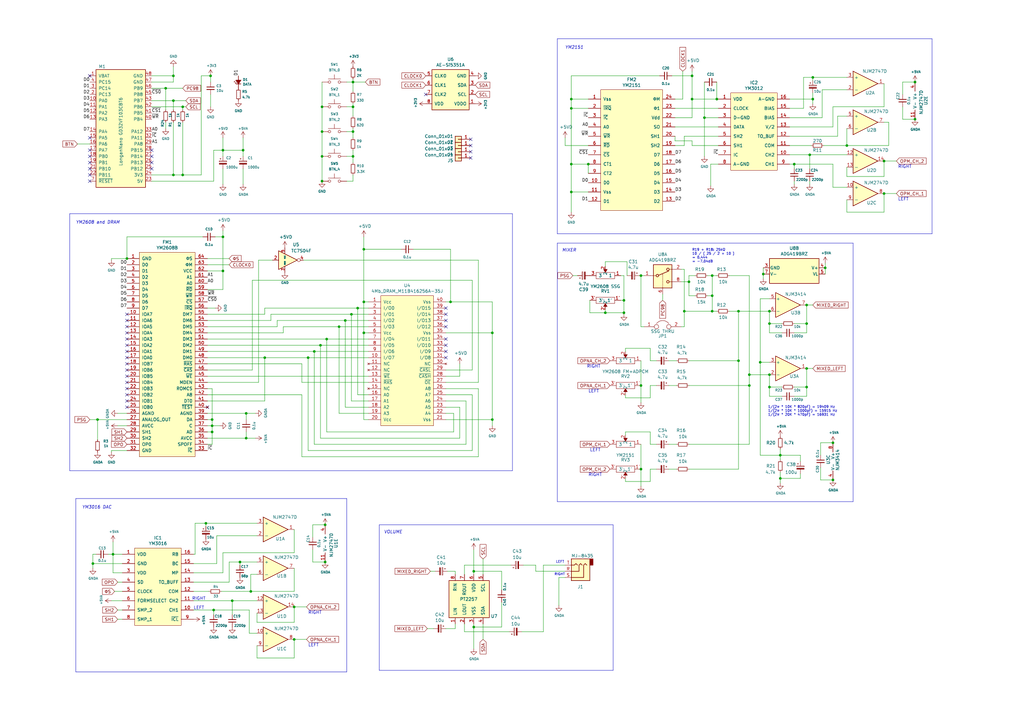
<source format=kicad_sch>
(kicad_sch (version 20230121) (generator eeschema)
  (paper "A3")
  (title_block (title "NanoDrive Pro") (date "2023-02-13") (company "Chimmido"))
  (junction (at 325.755 67.31))
  (junction (at 201.93 172.085))
  (junction (at 307.34 158.115))
  (junction (at 315.595 127.635))
  (junction (at 67.945 36.195))
  (junction (at 255.905 128.27))
  (junction (at 38.1 231.14))
  (junction (at 71.12 41.275))
  (junction (at 375.285 48.895))
  (junction (at 131.445 141.605))
  (junction (at 133.35 230.505))
  (junction (at 100.965 179.705))
  (junction (at 86.995 172.085))
  (junction (at 71.12 31.115))
  (junction (at 294.005 40.64))
  (junction (at 292.1 113.03))
  (junction (at 234.315 44.45))
  (junction (at 330.835 151.13))
  (junction (at 184.785 123.825))
  (junction (at 315.595 132.715))
  (junction (at 338.455 109.855))
  (junction (at 100.965 169.545))
  (junction (at 283.845 40.64))
  (junction (at 341.63 196.85))
  (junction (at 144.78 64.135))
  (junction (at 362.585 79.375))
  (junction (at 91.44 111.125))
  (junction (at 234.315 67.31))
  (junction (at 320.04 186.69))
  (junction (at 102.87 242.57))
  (junction (at 149.225 136.525))
  (junction (at 330.835 132.715))
  (junction (at 302.895 127.635))
  (junction (at 333.375 40.64))
  (junction (at 95.25 246.38))
  (junction (at 302.895 147.955))
  (junction (at 146.685 126.365))
  (junction (at 292.1 127.635))
  (junction (at 144.78 33.655))
  (junction (at 288.925 48.26))
  (junction (at 128.905 144.145))
  (junction (at 86.995 174.625))
  (junction (at 144.145 128.905))
  (junction (at 133.35 215.265))
  (junction (at 320.04 196.215))
  (junction (at 133.985 139.065))
  (junction (at 313.055 112.395))
  (junction (at 341.63 181.61))
  (junction (at 292.1 121.285))
  (junction (at 91.44 97.155))
  (junction (at 194.31 257.175))
  (junction (at 91.44 61.595))
  (junction (at 71.12 71.755))
  (junction (at 194.31 234.315))
  (junction (at 108.585 146.685))
  (junction (at 74.93 43.815))
  (junction (at 262.89 113.03))
  (junction (at 99.695 61.595))
  (junction (at 262.89 158.115))
  (junction (at 362.585 66.04))
  (junction (at 248.285 128.27))
  (junction (at 330.835 125.095))
  (junction (at 132.08 53.975))
  (junction (at 375.285 33.655))
  (junction (at 84.455 214.63))
  (junction (at 282.575 115.57))
  (junction (at 149.225 123.825))
  (junction (at 234.315 78.74))
  (junction (at 120.65 248.92))
  (junction (at 241.3 67.31))
  (junction (at 46.355 227.33))
  (junction (at 87.63 250.19))
  (junction (at 144.78 43.815))
  (junction (at 86.36 31.115))
  (junction (at 132.08 74.295))
  (junction (at 255.905 123.19))
  (junction (at 234.315 40.64))
  (junction (at 315.595 158.75))
  (junction (at 347.345 59.69))
  (junction (at 126.365 146.685))
  (junction (at 52.07 106.045))
  (junction (at 98.425 230.505))
  (junction (at 139.065 133.985))
  (junction (at 120.65 262.255))
  (junction (at 332.105 63.5))
  (junction (at 132.08 43.815))
  (junction (at 144.78 53.975))
  (junction (at 40.005 172.085))
  (junction (at 132.08 64.135))
  (junction (at 283.845 31.115))
  (junction (at 201.93 136.525))
  (junction (at 315.595 153.67))
  (junction (at 86.995 177.165))
  (junction (at 333.375 31.75))
  (junction (at 141.605 131.445))
  (junction (at 307.34 153.67))
  (junction (at 330.835 158.75))
  (junction (at 280.67 127.635))
  (junction (at 149.225 102.235))
  (junction (at 311.785 148.59))
  (junction (at 262.89 192.405))
  (junction (at 74.93 71.755))
  (no_connect (at 182.88 126.365))
  (no_connect (at 52.07 128.905))
  (no_connect (at 52.07 146.685))
  (no_connect (at 62.23 69.215))
  (no_connect (at 182.88 146.685))
  (no_connect (at 174.625 38.735))
  (no_connect (at 62.23 66.675))
  (no_connect (at 36.83 64.135))
  (no_connect (at 36.83 69.215))
  (no_connect (at 193.04 57.15))
  (no_connect (at 52.07 151.765))
  (no_connect (at 52.07 164.465))
  (no_connect (at 52.07 131.445))
  (no_connect (at 62.23 61.595))
  (no_connect (at 52.07 149.225))
  (no_connect (at 193.04 59.69))
  (no_connect (at 62.23 64.135))
  (no_connect (at 52.07 139.065))
  (no_connect (at 36.83 31.115))
  (no_connect (at 193.04 64.77))
  (no_connect (at 52.07 136.525))
  (no_connect (at 182.88 128.905))
  (no_connect (at 182.88 131.445))
  (no_connect (at 36.83 66.675))
  (no_connect (at 182.88 133.985))
  (no_connect (at 182.88 139.065))
  (no_connect (at 52.07 156.845))
  (no_connect (at 52.07 167.005))
  (no_connect (at 52.07 144.145))
  (no_connect (at 52.07 154.305))
  (no_connect (at 36.83 56.515))
  (no_connect (at 36.83 71.755))
  (no_connect (at 52.07 133.985))
  (no_connect (at 36.83 74.295))
  (no_connect (at 52.07 141.605))
  (no_connect (at 36.83 61.595))
  (no_connect (at 182.88 144.145))
  (no_connect (at 85.09 167.005))
  (no_connect (at 52.07 161.925))
  (no_connect (at 193.04 62.23))
  (no_connect (at 52.07 159.385))
  (no_connect (at 182.88 141.605))
  (wire (pts (xy 86.36 38.735) (xy 86.36 43.815)))
  (wire (pts (xy 93.98 230.505) (xy 98.425 230.505)))
  (wire (pts (xy 219.71 231.775) (xy 214.63 231.775)))
  (wire (pts (xy 74.93 50.165) (xy 74.93 71.755)))
  (wire (pts (xy 113.665 131.445) (xy 141.605 131.445)))
  (wire (pts (xy 62.23 33.655) (xy 71.12 33.655)))
  (wire (pts (xy 48.26 250.19) (xy 50.165 250.19)))
  (wire (pts (xy 283.845 57.785) (xy 283.845 59.69)))
  (wire (pts (xy 71.12 41.275) (xy 76.2 41.275)))
  (wire (pts (xy 282.575 115.57) (xy 282.575 121.285)))
  (wire (pts (xy 194.31 234.315) (xy 205.74 234.315)))
  (wire (pts (xy 299.085 113.03) (xy 307.34 113.03)))
  (wire (pts (xy 50.165 242.57) (xy 46.99 242.57)))
  (wire (pts (xy 67.945 45.085) (xy 67.945 36.195)))
  (wire (pts (xy 336.55 196.85) (xy 341.63 196.85)))
  (wire (pts (xy 320.04 186.69) (xy 320.04 188.595)))
  (wire (pts (xy 108.585 146.685) (xy 108.585 164.465)))
  (wire (pts (xy 128.905 182.245) (xy 128.905 144.145)))
  (wire (pts (xy 100.965 177.165) (xy 100.965 179.705)))
  (wire (pts (xy 85.09 106.045) (xy 93.98 106.045)))
  (wire (pts (xy 332.74 59.69) (xy 323.85 59.69)))
  (wire (pts (xy 222.885 231.775) (xy 222.885 259.08)))
  (wire (pts (xy 234.315 44.45) (xy 234.315 67.31)))
  (wire (pts (xy 131.445 179.705) (xy 131.445 141.605)))
  (wire (pts (xy 149.225 136.525) (xy 149.225 172.085)))
  (wire (pts (xy 95.25 246.38) (xy 95.25 252.095)))
  (wire (pts (xy 234.315 31.115) (xy 270.51 31.115)))
  (wire (pts (xy 302.895 127.635) (xy 315.595 127.635)))
  (wire (pts (xy 330.835 132.715) (xy 325.755 132.715)))
  (polyline (pts (xy 31.115 204.47) (xy 142.24 204.47)))
  (wire (pts (xy 311.785 186.69) (xy 320.04 186.69)))
  (wire (pts (xy 123.825 156.845) (xy 123.825 149.225)))
  (wire (pts (xy 320.04 196.215) (xy 328.295 196.215)))
  (wire (pts (xy 325.755 69.215) (xy 325.755 67.31)))
  (wire (pts (xy 256.54 178.435) (xy 256.54 177.165)))
  (wire (pts (xy 85.09 133.985) (xy 113.665 133.985)))
  (wire (pts (xy 108.585 126.365) (xy 146.685 126.365)))
  (wire (pts (xy 67.945 50.165) (xy 67.945 52.705)))
  (wire (pts (xy 50.165 234.95) (xy 46.355 234.95)))
  (wire (pts (xy 98.425 230.505) (xy 105.41 230.505)))
  (wire (pts (xy 294.64 67.31) (xy 291.465 67.31)))
  (wire (pts (xy 182.88 257.81) (xy 186.69 257.81)))
  (wire (pts (xy 191.135 164.465) (xy 182.88 164.465)))
  (wire (pts (xy 194.31 257.175) (xy 205.74 257.175)))
  (wire (pts (xy 276.86 40.64) (xy 280.035 40.64)))
  (polyline (pts (xy 251.46 215.265) (xy 251.46 274.955)))
  (wire (pts (xy 255.905 128.27) (xy 255.905 128.905)))
  (wire (pts (xy 99.695 61.595) (xy 99.695 64.135)))
  (wire (pts (xy 132.08 53.975) (xy 132.08 64.135)))
  (wire (pts (xy 213.995 259.08) (xy 222.885 259.08)))
  (wire (pts (xy 330.835 136.525) (xy 330.835 132.715)))
  (polyline (pts (xy 349.885 205.74) (xy 228.6 205.74)))
  (wire (pts (xy 338.455 109.855) (xy 338.455 107.95)))
  (wire (pts (xy 79.375 242.57) (xy 85.725 242.57)))
  (wire (pts (xy 45.72 184.785) (xy 45.72 185.42)))
  (wire (pts (xy 144.78 33.655) (xy 149.86 33.655)))
  (wire (pts (xy 131.445 141.605) (xy 151.13 141.605)))
  (wire (pts (xy 146.685 126.365) (xy 151.13 126.365)))
  (wire (pts (xy 62.23 36.195) (xy 67.945 36.195)))
  (wire (pts (xy 44.45 227.33) (xy 46.355 227.33)))
  (wire (pts (xy 291.465 67.31) (xy 291.465 76.2)))
  (wire (pts (xy 31.75 59.055) (xy 36.83 59.055)))
  (wire (pts (xy 341.63 181.61) (xy 336.55 181.61)))
  (wire (pts (xy 262.89 192.405) (xy 262.89 199.39)))
  (wire (pts (xy 190.5 231.775) (xy 190.5 235.585)))
  (wire (pts (xy 280.67 127.635) (xy 280.67 133.985)))
  (wire (pts (xy 38.1 227.33) (xy 38.1 231.14)))
  (wire (pts (xy 266.7 192.405) (xy 269.24 192.405)))
  (wire (pts (xy 149.225 102.235) (xy 149.225 123.825)))
  (wire (pts (xy 149.225 123.825) (xy 151.13 123.825)))
  (wire (pts (xy 262.89 182.245) (xy 262.89 192.405)))
  (wire (pts (xy 144.78 64.135) (xy 144.78 66.675)))
  (wire (pts (xy 133.985 177.165) (xy 186.055 177.165)))
  (wire (pts (xy 362.585 72.39) (xy 362.585 66.04)))
  (wire (pts (xy 280.67 59.69) (xy 276.86 59.69)))
  (wire (pts (xy 332.105 63.5) (xy 332.105 69.215)))
  (wire (pts (xy 219.71 234.315) (xy 231.775 234.315)))
  (wire (pts (xy 86.995 172.085) (xy 86.995 159.385)))
  (wire (pts (xy 151.13 133.985) (xy 139.065 133.985)))
  (wire (pts (xy 52.07 97.155) (xy 52.07 106.045)))
  (wire (pts (xy 262.89 158.115) (xy 262.89 165.1)))
  (wire (pts (xy 196.215 187.325) (xy 196.215 159.385)))
  (polyline (pts (xy 142.24 204.47) (xy 142.24 275.59)))
  (wire (pts (xy 266.7 192.405) (xy 266.7 197.485)))
  (polyline (pts (xy 210.185 193.04) (xy 28.575 193.04)))
  (wire (pts (xy 91.44 97.155) (xy 91.44 111.125)))
  (wire (pts (xy 266.7 163.195) (xy 266.7 158.115)))
  (wire (pts (xy 98.425 230.505) (xy 98.425 231.775)))
  (wire (pts (xy 256.54 196.215) (xy 256.54 197.485)))
  (wire (pts (xy 38.1 231.14) (xy 38.1 233.045)))
  (wire (pts (xy 144.78 43.815) (xy 144.78 47.625)))
  (wire (pts (xy 120.65 248.92) (xy 125.73 248.92)))
  (wire (pts (xy 266.7 177.165) (xy 266.7 182.245)))
  (wire (pts (xy 71.12 27.305) (xy 71.12 31.115)))
  (wire (pts (xy 87.63 61.595) (xy 87.63 74.295)))
  (wire (pts (xy 71.12 50.165) (xy 71.12 71.755)))
  (wire (pts (xy 262.89 113.03) (xy 264.16 113.03)))
  (wire (pts (xy 139.065 133.985) (xy 116.205 133.985)))
  (wire (pts (xy 282.575 121.285) (xy 285.115 121.285)))
  (wire (pts (xy 100.965 179.705) (xy 104.775 179.705)))
  (wire (pts (xy 151.13 164.465) (xy 144.145 164.465)))
  (wire (pts (xy 84.455 215.9) (xy 84.455 214.63)))
  (wire (pts (xy 86.995 177.165) (xy 86.995 174.625)))
  (wire (pts (xy 333.375 40.64) (xy 333.375 38.1)))
  (wire (pts (xy 176.53 234.315) (xy 178.435 234.315)))
  (wire (pts (xy 315.595 158.75) (xy 315.595 162.56)))
  (wire (pts (xy 105.41 251.46) (xy 105.41 255.27)))
  (wire (pts (xy 325.755 75.565) (xy 325.755 74.295)))
  (wire (pts (xy 341.63 67.31) (xy 341.63 76.835)))
  (wire (pts (xy 120.65 217.17) (xy 120.65 226.695)))
  (wire (pts (xy 282.575 182.245) (xy 307.34 182.245)))
  (wire (pts (xy 144.78 33.655) (xy 142.24 33.655)))
  (wire (pts (xy 262.89 147.955) (xy 262.89 158.115)))
  (wire (pts (xy 144.78 71.755) (xy 144.78 74.295)))
  (wire (pts (xy 329.565 31.75) (xy 333.375 31.75)))
  (wire (pts (xy 330.835 151.13) (xy 330.835 158.75)))
  (wire (pts (xy 182.88 154.305) (xy 188.595 154.305)))
  (wire (pts (xy 292.1 113.03) (xy 294.005 113.03)))
  (wire (pts (xy 87.63 252.095) (xy 87.63 250.19)))
  (wire (pts (xy 144.78 53.975) (xy 144.78 56.515)))
  (wire (pts (xy 266.7 147.955) (xy 269.24 147.955)))
  (wire (pts (xy 241.935 128.27) (xy 248.285 128.27)))
  (wire (pts (xy 313.055 109.855) (xy 313.055 112.395)))
  (wire (pts (xy 294.64 48.26) (xy 288.925 48.26)))
  (wire (pts (xy 320.675 132.715) (xy 315.595 132.715)))
  (polyline (pts (xy 349.885 99.695) (xy 349.885 205.74)))
  (wire (pts (xy 328.295 196.215) (xy 328.295 194.31)))
  (wire (pts (xy 188.595 179.705) (xy 188.595 167.005)))
  (wire (pts (xy 85.09 149.225) (xy 123.825 149.225)))
  (wire (pts (xy 323.85 40.64) (xy 333.375 40.64)))
  (wire (pts (xy 323.85 67.31) (xy 325.755 67.31)))
  (wire (pts (xy 347.345 59.69) (xy 364.49 59.69)))
  (wire (pts (xy 86.36 31.115) (xy 86.36 33.655)))
  (wire (pts (xy 146.685 161.925) (xy 151.13 161.925)))
  (wire (pts (xy 149.225 136.525) (xy 151.13 136.525)))
  (wire (pts (xy 103.505 114.935) (xy 103.505 151.765)))
  (wire (pts (xy 62.23 41.275) (xy 71.12 41.275)))
  (wire (pts (xy 201.93 172.085) (xy 201.93 174.625)))
  (wire (pts (xy 85.09 144.145) (xy 128.905 144.145)))
  (wire (pts (xy 113.665 133.985) (xy 113.665 131.445)))
  (wire (pts (xy 85.09 161.925) (xy 123.825 161.925)))
  (wire (pts (xy 256.54 177.165) (xy 266.7 177.165)))
  (wire (pts (xy 274.32 192.405) (xy 277.495 192.405)))
  (wire (pts (xy 205.74 234.315) (xy 205.74 241.935)))
  (wire (pts (xy 256.54 142.875) (xy 266.7 142.875)))
  (wire (pts (xy 255.905 123.19) (xy 254.635 123.19)))
  (wire (pts (xy 36.83 172.085) (xy 40.005 172.085)))
  (wire (pts (xy 262.89 113.03) (xy 262.89 133.985)))
  (wire (pts (xy 128.27 215.265) (xy 128.27 220.345)))
  (wire (pts (xy 120.65 269.875) (xy 105.41 269.875)))
  (wire (pts (xy 184.785 102.235) (xy 184.785 123.825)))
  (wire (pts (xy 282.575 147.955) (xy 302.895 147.955)))
  (wire (pts (xy 241.935 123.19) (xy 241.935 128.27)))
  (wire (pts (xy 323.85 48.26) (xy 337.185 48.26)))
  (wire (pts (xy 85.09 182.245) (xy 86.995 182.245)))
  (wire (pts (xy 86.995 172.085) (xy 85.09 172.085)))
  (wire (pts (xy 266.7 142.875) (xy 266.7 147.955)))
  (wire (pts (xy 50.165 246.38) (xy 45.72 246.38)))
  (wire (pts (xy 193.675 161.925) (xy 182.88 161.925)))
  (wire (pts (xy 85.09 118.745) (xy 91.44 118.745)))
  (wire (pts (xy 86.995 159.385) (xy 85.09 159.385)))
  (wire (pts (xy 271.78 120.65) (xy 271.78 123.19)))
  (wire (pts (xy 234.315 31.115) (xy 234.315 40.64)))
  (wire (pts (xy 182.88 123.825) (xy 184.785 123.825)))
  (wire (pts (xy 79.375 246.38) (xy 95.25 246.38)))
  (wire (pts (xy 282.575 192.405) (xy 302.895 192.405)))
  (wire (pts (xy 330.835 162.56) (xy 330.835 158.75)))
  (wire (pts (xy 85.09 126.365) (xy 88.265 126.365)))
  (wire (pts (xy 105.41 269.875) (xy 105.41 264.795)))
  (wire (pts (xy 91.44 56.515) (xy 91.44 61.595)))
  (wire (pts (xy 323.85 55.88) (xy 343.535 55.88)))
  (wire (pts (xy 50.165 254) (xy 48.26 254)))
  (wire (pts (xy 231.775 236.855) (xy 229.235 236.855)))
  (wire (pts (xy 124.46 106.68) (xy 196.215 106.68)))
  (wire (pts (xy 151.13 128.905) (xy 144.145 128.905)))
  (polyline (pts (xy 210.185 87.63) (xy 210.185 193.04)))
  (wire (pts (xy 283.845 59.69) (xy 294.64 59.69)))
  (wire (pts (xy 198.12 235.585) (xy 198.12 229.235)))
  (wire (pts (xy 275.59 31.115) (xy 283.845 31.115)))
  (wire (pts (xy 128.27 230.505) (xy 133.35 230.505)))
  (wire (pts (xy 280.67 55.88) (xy 280.67 59.69)))
  (wire (pts (xy 337.185 36.83) (xy 347.345 36.83)))
  (wire (pts (xy 144.78 42.545) (xy 144.78 43.815)))
  (wire (pts (xy 336.55 191.77) (xy 336.55 196.85)))
  (wire (pts (xy 231.775 59.69) (xy 231.775 56.515)))
  (wire (pts (xy 169.545 102.235) (xy 184.785 102.235)))
  (wire (pts (xy 323.85 52.07) (xy 341.63 52.07)))
  (wire (pts (xy 88.265 97.155) (xy 91.44 97.155)))
  (wire (pts (xy 128.27 225.425) (xy 128.27 230.505)))
  (wire (pts (xy 183.515 234.315) (xy 186.69 234.315)))
  (wire (pts (xy 85.09 131.445) (xy 111.125 131.445)))
  (wire (pts (xy 102.235 250.19) (xy 87.63 250.19)))
  (wire (pts (xy 52.07 184.785) (xy 45.72 184.785)))
  (wire (pts (xy 38.1 231.14) (xy 50.165 231.14)))
  (wire (pts (xy 276.86 55.88) (xy 276.86 57.785)))
  (wire (pts (xy 102.235 259.715) (xy 105.41 259.715)))
  (wire (pts (xy 186.055 169.545) (xy 182.88 169.545)))
  (wire (pts (xy 82.55 31.115) (xy 82.55 71.755)))
  (wire (pts (xy 311.785 122.555) (xy 315.595 122.555)))
  (wire (pts (xy 144.78 53.975) (xy 142.24 53.975)))
  (wire (pts (xy 231.775 231.775) (xy 222.885 231.775)))
  (wire (pts (xy 194.31 255.905) (xy 194.31 257.175)))
  (wire (pts (xy 79.375 238.76) (xy 93.98 238.76)))
  (wire (pts (xy 332.105 74.295) (xy 332.105 75.565)))
  (wire (pts (xy 85.09 146.685) (xy 108.585 146.685)))
  (wire (pts (xy 347.345 52.705) (xy 347.345 59.69)))
  (wire (pts (xy 123.825 187.325) (xy 196.215 187.325)))
  (wire (pts (xy 99.695 69.215) (xy 99.695 75.565)))
  (wire (pts (xy 299.085 127.635) (xy 302.895 127.635)))
  (polyline (pts (xy 228.6 15.875) (xy 382.27 15.875)))
  (wire (pts (xy 62.23 43.815) (xy 74.93 43.815)))
  (wire (pts (xy 46.355 227.33) (xy 46.355 222.25)))
  (wire (pts (xy 315.595 136.525) (xy 320.675 136.525)))
  (wire (pts (xy 86.995 182.245) (xy 86.995 177.165)))
  (wire (pts (xy 313.055 112.395) (xy 313.055 114.3)))
  (wire (pts (xy 198.12 255.905) (xy 198.12 262.255)))
  (wire (pts (xy 362.585 34.29) (xy 362.585 43.815)))
  (wire (pts (xy 294.005 40.64) (xy 294.64 40.64)))
  (wire (pts (xy 248.285 109.22) (xy 248.285 107.315)))
  (wire (pts (xy 292.1 121.285) (xy 292.1 127.635)))
  (wire (pts (xy 311.785 148.59) (xy 311.785 186.69)))
  (wire (pts (xy 103.505 114.935) (xy 193.675 114.935)))
  (wire (pts (xy 290.195 113.03) (xy 292.1 113.03)))
  (wire (pts (xy 141.605 167.005) (xy 151.13 167.005)))
  (wire (pts (xy 276.86 44.45) (xy 294.64 44.45)))
  (wire (pts (xy 85.09 139.065) (xy 133.985 139.065)))
  (wire (pts (xy 364.49 50.165) (xy 364.49 59.69)))
  (wire (pts (xy 108.585 128.905) (xy 108.585 126.365)))
  (polyline (pts (xy 28.575 193.04) (xy 28.575 87.63)))
  (wire (pts (xy 333.375 40.64) (xy 333.375 42.545)))
  (wire (pts (xy 193.675 151.765) (xy 182.88 151.765)))
  (wire (pts (xy 133.35 215.265) (xy 128.27 215.265)))
  (wire (pts (xy 186.69 235.585) (xy 186.69 234.315)))
  (wire (pts (xy 85.09 179.705) (xy 100.965 179.705)))
  (wire (pts (xy 111.125 128.905) (xy 111.125 131.445)))
  (wire (pts (xy 126.365 184.785) (xy 193.675 184.785)))
  (wire (pts (xy 241.3 67.31) (xy 234.315 67.31)))
  (wire (pts (xy 85.09 177.165) (xy 86.995 177.165)))
  (wire (pts (xy 280.67 127.635) (xy 292.1 127.635)))
  (wire (pts (xy 123.825 161.925) (xy 123.825 187.325)))
  (wire (pts (xy 320.04 186.69) (xy 320.04 184.15)))
  (wire (pts (xy 201.93 123.825) (xy 201.93 136.525)))
  (wire (pts (xy 40.005 180.34) (xy 40.005 172.085)))
  (wire (pts (xy 85.09 154.305) (xy 151.13 154.305)))
  (wire (pts (xy 80.01 214.63) (xy 84.455 214.63)))
  (polyline (pts (xy 155.575 215.265) (xy 251.46 215.265)))
  (wire (pts (xy 88.9 219.71) (xy 105.41 219.71)))
  (wire (pts (xy 38.1 227.33) (xy 39.37 227.33)))
  (wire (pts (xy 341.63 76.835) (xy 347.345 76.835)))
  (wire (pts (xy 91.44 234.95) (xy 91.44 226.695)))
  (wire (pts (xy 347.345 72.39) (xy 362.585 72.39)))
  (wire (pts (xy 106.045 106.68) (xy 111.76 106.68)))
  (wire (pts (xy 241.3 40.64) (xy 234.315 40.64)))
  (wire (pts (xy 133.985 139.065) (xy 151.13 139.065)))
  (wire (pts (xy 132.08 33.655) (xy 132.08 43.815)))
  (polyline (pts (xy 382.27 15.875) (xy 382.27 95.885)))
  (wire (pts (xy 201.93 136.525) (xy 201.93 172.085)))
  (wire (pts (xy 196.215 156.845) (xy 196.215 106.68)))
  (wire (pts (xy 294.005 33.655) (xy 294.005 40.64)))
  (wire (pts (xy 102.235 250.19) (xy 102.235 259.715)))
  (wire (pts (xy 307.34 153.67) (xy 307.34 158.115)))
  (wire (pts (xy 255.905 123.19) (xy 255.905 128.27)))
  (wire (pts (xy 274.32 158.115) (xy 277.495 158.115)))
  (wire (pts (xy 105.41 255.27) (xy 120.65 255.27)))
  (wire (pts (xy 128.905 144.145) (xy 151.13 144.145)))
  (wire (pts (xy 370.205 43.815) (xy 370.205 48.895)))
  (wire (pts (xy 91.44 61.595) (xy 99.695 61.595)))
  (wire (pts (xy 341.63 43.815) (xy 362.585 43.815)))
  (polyline (pts (xy 28.575 87.63) (xy 210.185 87.63)))
  (wire (pts (xy 329.565 31.75) (xy 329.565 44.45)))
  (wire (pts (xy 336.55 181.61) (xy 336.55 186.69)))
  (wire (pts (xy 91.44 111.125) (xy 91.44 118.745)))
  (wire (pts (xy 144.78 52.705) (xy 144.78 53.975)))
  (wire (pts (xy 280.035 40.64) (xy 280.035 29.21)))
  (wire (pts (xy 328.295 186.69) (xy 328.295 189.23)))
  (wire (pts (xy 256.54 144.145) (xy 256.54 142.875)))
  (wire (pts (xy 241.3 44.45) (xy 234.315 44.45)))
  (wire (pts (xy 80.01 214.63) (xy 80.01 227.33)))
  (wire (pts (xy 132.08 43.815) (xy 132.08 53.975)))
  (wire (pts (xy 85.09 151.765) (xy 103.505 151.765)))
  (wire (pts (xy 123.825 156.845) (xy 151.13 156.845)))
  (wire (pts (xy 315.595 158.75) (xy 315.595 153.67)))
  (wire (pts (xy 175.26 257.81) (xy 177.8 257.81)))
  (polyline (pts (xy 382.27 95.885) (xy 228.6 95.885)))
  (wire (pts (xy 186.055 177.165) (xy 186.055 169.545)))
  (wire (pts (xy 71.12 31.115) (xy 71.12 33.655)))
  (wire (pts (xy 362.585 79.375) (xy 362.585 86.995)))
  (wire (pts (xy 292.1 127.635) (xy 294.005 127.635)))
  (polyline (pts (xy 228.6 15.875) (xy 228.6 95.885)))
  (wire (pts (xy 62.23 74.295) (xy 87.63 74.295)))
  (wire (pts (xy 126.365 184.785) (xy 126.365 146.685)))
  (wire (pts (xy 67.945 36.195) (xy 74.93 36.195)))
  (wire (pts (xy 196.215 159.385) (xy 182.88 159.385)))
  (wire (pts (xy 120.65 262.255) (xy 120.65 269.875)))
  (wire (pts (xy 307.34 113.03) (xy 307.34 153.67)))
  (wire (pts (xy 84.455 214.63) (xy 105.41 214.63)))
  (wire (pts (xy 248.285 107.315) (xy 257.175 107.315)))
  (wire (pts (xy 188.595 167.005) (xy 182.88 167.005)))
  (wire (pts (xy 370.205 33.655) (xy 370.205 38.735)))
  (wire (pts (xy 256.54 161.925) (xy 256.54 163.195)))
  (wire (pts (xy 256.54 163.195) (xy 266.7 163.195)))
  (wire (pts (xy 234.315 67.31) (xy 234.315 78.74)))
  (wire (pts (xy 362.585 66.04) (xy 367.665 66.04)))
  (wire (pts (xy 85.09 108.585) (xy 93.98 108.585)))
  (wire (pts (xy 116.205 133.985) (xy 116.205 136.525)))
  (wire (pts (xy 182.88 172.085) (xy 201.93 172.085)))
  (wire (pts (xy 307.34 153.67) (xy 315.595 153.67)))
  (wire (pts (xy 205.74 247.015) (xy 205.74 257.175)))
  (wire (pts (xy 325.755 67.31) (xy 341.63 67.31)))
  (wire (pts (xy 91.44 64.135) (xy 91.44 61.595)))
  (wire (pts (xy 330.835 125.095) (xy 330.835 132.715)))
  (wire (pts (xy 79.375 231.14) (xy 88.9 231.14)))
  (wire (pts (xy 95.25 246.38) (xy 105.41 246.38)))
  (wire (pts (xy 190.5 259.08) (xy 208.915 259.08)))
  (wire (pts (xy 257.175 107.315) (xy 257.175 113.03)))
  (wire (pts (xy 330.835 125.095) (xy 333.375 125.095)))
  (wire (pts (xy 311.785 148.59) (xy 315.595 148.59)))
  (wire (pts (xy 370.205 48.895) (xy 375.285 48.895)))
  (wire (pts (xy 241.3 67.31) (xy 241.3 71.12)))
  (wire (pts (xy 85.09 156.845) (xy 106.045 156.845)))
  (polyline (pts (xy 251.46 274.955) (xy 155.575 274.955)))
  (wire (pts (xy 285.115 113.03) (xy 282.575 113.03)))
  (wire (pts (xy 52.07 174.625) (xy 48.26 174.625)))
  (wire (pts (xy 144.145 164.465) (xy 144.145 128.905)))
  (wire (pts (xy 144.78 74.295) (xy 142.24 74.295)))
  (wire (pts (xy 71.12 41.275) (xy 71.12 45.085)))
  (wire (pts (xy 141.605 167.005) (xy 141.605 131.445)))
  (wire (pts (xy 71.12 71.755) (xy 74.93 71.755)))
  (wire (pts (xy 338.455 112.395) (xy 338.455 109.855)))
  (wire (pts (xy 188.595 149.225) (xy 188.595 154.305)))
  (wire (pts (xy 229.235 236.855) (xy 229.235 248.285)))
  (wire (pts (xy 144.145 128.905) (xy 111.125 128.905)))
  (wire (pts (xy 133.985 177.165) (xy 133.985 139.065)))
  (wire (pts (xy 86.995 174.625) (xy 86.995 172.085)))
  (wire (pts (xy 320.675 158.75) (xy 315.595 158.75)))
  (wire (pts (xy 362.585 50.165) (xy 364.49 50.165)))
  (wire (pts (xy 315.595 132.715) (xy 315.595 127.635)))
  (polyline (pts (xy 31.115 275.59) (xy 31.115 204.47)))
  (wire (pts (xy 45.72 106.045) (xy 45.72 106.68)))
  (wire (pts (xy 283.845 40.64) (xy 294.005 40.64)))
  (wire (pts (xy 102.87 242.57) (xy 120.65 242.57)))
  (wire (pts (xy 79.375 227.33) (xy 80.01 227.33)))
  (wire (pts (xy 102.87 235.585) (xy 105.41 235.585)))
  (wire (pts (xy 234.315 78.74) (xy 234.315 86.995)))
  (wire (pts (xy 375.285 33.655) (xy 370.205 33.655)))
  (wire (pts (xy 102.87 235.585) (xy 102.87 242.57)))
  (wire (pts (xy 325.755 136.525) (xy 330.835 136.525)))
  (wire (pts (xy 333.375 31.75) (xy 347.345 31.75)))
  (wire (pts (xy 234.315 40.64) (xy 234.315 44.45)))
  (wire (pts (xy 323.85 63.5) (xy 332.105 63.5)))
  (wire (pts (xy 266.7 158.115) (xy 269.24 158.115)))
  (wire (pts (xy 194.31 257.175) (xy 194.31 266.065)))
  (wire (pts (xy 288.925 33.655) (xy 288.925 48.26)))
  (wire (pts (xy 193.675 184.785) (xy 193.675 161.925)))
  (wire (pts (xy 288.925 48.26) (xy 288.925 64.135)))
  (wire (pts (xy 190.5 255.905) (xy 190.5 259.08)))
  (wire (pts (xy 99.695 56.515) (xy 99.695 61.595)))
  (wire (pts (xy 90.805 242.57) (xy 102.87 242.57)))
  (wire (pts (xy 50.165 238.76) (xy 48.26 238.76)))
  (wire (pts (xy 120.65 262.255) (xy 125.73 262.255)))
  (wire (pts (xy 46.355 227.33) (xy 50.165 227.33)))
  (wire (pts (xy 74.93 43.815) (xy 76.2 43.815)))
  (wire (pts (xy 106.045 156.845) (xy 106.045 106.68)))
  (polyline (pts (xy 155.575 274.955) (xy 155.575 215.265)))
  (wire (pts (xy 320.04 186.69) (xy 328.295 186.69)))
  (wire (pts (xy 120.65 255.27) (xy 120.65 248.92)))
  (wire (pts (xy 83.185 97.155) (xy 52.07 97.155)))
  (wire (pts (xy 46.355 234.95) (xy 46.355 227.33)))
  (wire (pts (xy 283.845 31.115) (xy 283.845 40.64)))
  (wire (pts (xy 139.065 169.545) (xy 139.065 133.985)))
  (wire (pts (xy 91.44 94.615) (xy 91.44 97.155)))
  (wire (pts (xy 283.845 29.21) (xy 283.845 31.115)))
  (wire (pts (xy 62.23 31.115) (xy 71.12 31.115)))
  (wire (pts (xy 120.65 233.045) (xy 120.65 242.57)))
  (wire (pts (xy 325.755 162.56) (xy 330.835 162.56)))
  (wire (pts (xy 149.225 97.155) (xy 149.225 102.235)))
  (wire (pts (xy 282.575 113.03) (xy 282.575 115.57)))
  (wire (pts (xy 48.26 169.545) (xy 52.07 169.545)))
  (wire (pts (xy 279.4 115.57) (xy 282.575 115.57)))
  (wire (pts (xy 126.365 146.685) (xy 151.13 146.685)))
  (wire (pts (xy 255.905 113.03) (xy 255.905 123.19)))
  (wire (pts (xy 294.64 52.07) (xy 276.86 52.07)))
  (wire (pts (xy 302.895 147.955) (xy 302.895 192.405)))
  (wire (pts (xy 248.285 127) (xy 248.285 128.27)))
  (wire (pts (xy 266.7 182.245) (xy 269.24 182.245)))
  (wire (pts (xy 276.86 48.26) (xy 283.845 48.26)))
  (wire (pts (xy 82.55 31.115) (xy 86.36 31.115)))
  (wire (pts (xy 144.78 32.385) (xy 144.78 33.655)))
  (wire (pts (xy 315.595 132.715) (xy 315.595 136.525)))
  (wire (pts (xy 311.785 122.555) (xy 311.785 148.59)))
  (wire (pts (xy 151.13 169.545) (xy 139.065 169.545)))
  (wire (pts (xy 91.44 69.215) (xy 91.44 75.565)))
  (wire (pts (xy 79.375 234.95) (xy 91.44 234.95)))
  (wire (pts (xy 254.635 113.03) (xy 255.905 113.03)))
  (wire (pts (xy 90.17 174.625) (xy 86.995 174.625)))
  (wire (pts (xy 362.585 79.375) (xy 367.665 79.375)))
  (wire (pts (xy 343.535 47.625) (xy 347.345 47.625)))
  (wire (pts (xy 362.585 86.995) (xy 347.345 86.995)))
  (wire (pts (xy 248.285 128.27) (xy 255.905 128.27)))
  (wire (pts (xy 279.4 110.49) (xy 280.67 110.49)))
  (wire (pts (xy 128.905 182.245) (xy 191.135 182.245)))
  (wire (pts (xy 315.595 162.56) (xy 320.675 162.56)))
  (wire (pts (xy 85.09 169.545) (xy 100.965 169.545)))
  (wire (pts (xy 164.465 102.235) (xy 149.225 102.235)))
  (wire (pts (xy 85.09 128.905) (xy 108.585 128.905)))
  (wire (pts (xy 330.835 151.13) (xy 333.375 151.13)))
  (wire (pts (xy 194.31 234.315) (xy 194.31 225.425)))
  (wire (pts (xy 290.195 121.285) (xy 292.1 121.285)))
  (wire (pts (xy 149.225 172.085) (xy 151.13 172.085)))
  (wire (pts (xy 320.04 196.215) (xy 320.04 198.12)))
  (wire (pts (xy 282.575 158.115) (xy 307.34 158.115)))
  (wire (pts (xy 85.09 164.465) (xy 108.585 164.465)))
  (wire (pts (xy 302.895 127.635) (xy 302.895 147.955)))
  (wire (pts (xy 241.3 78.74) (xy 234.315 78.74)))
  (wire (pts (xy 144.78 37.465) (xy 144.78 33.655)))
  (wire (pts (xy 283.845 48.26) (xy 283.845 40.64)))
  (wire (pts (xy 74.93 71.755) (xy 82.55 71.755)))
  (wire (pts (xy 332.105 63.5) (xy 347.345 63.5)))
  (wire (pts (xy 219.71 231.775) (xy 219.71 234.315)))
  (wire (pts (xy 74.93 45.085) (xy 74.93 43.815)))
  (wire (pts (xy 341.63 43.815) (xy 341.63 52.07)))
  (wire (pts (xy 280.67 133.985) (xy 279.4 133.985)))
  (wire (pts (xy 209.55 231.775) (xy 190.5 231.775)))
  (wire (pts (xy 79.375 250.19) (xy 87.63 250.19)))
  (wire (pts (xy 91.44 61.595) (xy 87.63 61.595)))
  (wire (pts (xy 194.31 235.585) (xy 194.31 234.315)))
  (wire (pts (xy 108.585 146.685) (xy 126.365 146.685)))
  (wire (pts (xy 85.09 111.125) (xy 91.44 111.125)))
  (wire (pts (xy 132.08 64.135) (xy 132.08 74.295)))
  (wire (pts (xy 149.225 123.825) (xy 149.225 136.525)))
  (wire (pts (xy 277.495 182.245) (xy 274.32 182.245)))
  (wire (pts (xy 241.3 59.69) (xy 231.775 59.69)))
  (wire (pts (xy 262.255 113.03) (xy 262.89 113.03)))
  (wire (pts (xy 116.205 136.525) (xy 85.09 136.525)))
  (wire (pts (xy 88.9 231.14) (xy 88.9 219.71)))
  (wire (pts (xy 52.07 106.045) (xy 45.72 106.045)))
  (wire (pts (xy 144.78 61.595) (xy 144.78 64.135)))
  (wire (pts (xy 256.54 197.485) (xy 266.7 197.485)))
  (wire (pts (xy 333.375 33.02) (xy 333.375 31.75)))
  (wire (pts (xy 236.855 113.03) (xy 234.95 113.03)))
  (wire (pts (xy 100.965 169.545) (xy 104.775 169.545)))
  (polyline (pts (xy 142.24 275.59) (xy 31.115 275.59)))
  (wire (pts (xy 337.185 36.83) (xy 337.185 48.26)))
  (wire (pts (xy 347.345 86.995) (xy 347.345 81.915)))
  (wire (pts (xy 330.835 158.75) (xy 325.755 158.75)))
  (wire (pts (xy 91.44 226.695) (xy 120.65 226.695)))
  (wire (pts (xy 191.135 182.245) (xy 191.135 164.465)))
  (wire (pts (xy 276.86 57.785) (xy 283.845 57.785)))
  (wire (pts (xy 146.685 161.925) (xy 146.685 126.365)))
  (wire (pts (xy 144.78 64.135) (xy 142.24 64.135)))
  (wire (pts (xy 100.965 172.085) (xy 100.965 169.545)))
  (wire (pts (xy 280.67 110.49) (xy 280.67 127.635)))
  (wire (pts (xy 347.345 68.58) (xy 347.345 72.39)))
  (wire (pts (xy 85.09 141.605) (xy 131.445 141.605)))
  (wire (pts (xy 40.005 172.085) (xy 52.07 172.085)))
  (wire (pts (xy 93.98 230.505) (xy 93.98 238.76)))
  (wire (pts (xy 280.67 55.88) (xy 294.64 55.88)))
  (wire (pts (xy 85.09 174.625) (xy 86.995 174.625)))
  (polyline (pts (xy 228.6 99.695) (xy 349.885 99.695)))
  (wire (pts (xy 277.495 147.955) (xy 274.32 147.955)))
  (polyline (pts (xy 228.6 205.74) (xy 228.6 99.695)))
  (wire (pts (xy 347.345 59.69) (xy 337.82 59.69)))
  (wire (pts (xy 343.535 47.625) (xy 343.535 55.88)))
  (wire (pts (xy 131.445 179.705) (xy 188.595 179.705)))
  (wire (pts (xy 184.785 123.825) (xy 201.93 123.825)))
  (wire (pts (xy 323.85 44.45) (xy 329.565 44.45)))
  (wire (pts (xy 141.605 131.445) (xy 151.13 131.445)))
  (wire (pts (xy 320.04 193.675) (xy 320.04 196.215)))
  (wire (pts (xy 262.89 133.985) (xy 264.16 133.985)))
  (wire (pts (xy 186.69 257.81) (xy 186.69 255.905)))
  (wire (pts (xy 144.78 43.815) (xy 142.24 43.815)))
  (wire (pts (xy 307.34 158.115) (xy 307.34 182.245)))
  (wire (pts (xy 62.23 71.755) (xy 71.12 71.755)))
  (wire (pts (xy 292.1 113.03) (xy 292.1 121.285)))
  (wire (pts (xy 193.675 151.765) (xy 193.675 114.935)))
  (wire (pts (xy 182.88 136.525) (xy 201.93 136.525)))
  (wire (pts (xy 182.88 156.845) (xy 196.215 156.845)))
  (text "RIGHT\n" (at 241.3 195.58 0) (effects (font (size 1.27 1.27)) (justify left bottom)))
  (text "LEFT" (at 368.3 82.55 0) (effects (font (size 1.27 1.27)) (justify left bottom)))
  (text "LEFT" (at 241.3 161.29 0) (effects (font (size 1.27 1.27)) (justify left bottom)))
  (text "LEFT" (at 79.375 250.19 0) (effects (font (size 1.27 1.27)) (justify left bottom)))
  (text "RIGHT\n" (at 78.74 246.38 0) (effects (font (size 1.27 1.27)) (justify left bottom)))
  (text "R19 + R18: 25kΩ \n10 / ( 25 / 2 + 10 ) \n= 0.444 \n= -7.04dB" (at 283.845 107.95 0) (effects (font (size 0.9906 0.9906)) (justify left bottom)))
  (text "1/(2π * 10K * 820pF) = 19409 Hz\n1/(2π * 10K * 1000pF) = 15915 Hz\n1/(2π * 20K * 470pF) = 16931 Hz" (at 314.96 170.815 0) (effects (font (size 0.9906 0.9906)) (justify left bottom)))
  (text "RIGHT\n" (at 126.365 252.095 0) (effects (font (size 1.27 1.27)) (justify left bottom)))
  (text "YM2608 and DRAM\n" (at 31.115 92.075 0) (effects (font (size 1.27 1.27) italic) (justify left bottom)))
  (text "RIGHT" (at 231.775 236.22 0) (effects (font (size 0.9906 0.9906)) (justify right bottom)))
  (text "LEFT" (at 227.965 231.14 0) (effects (font (size 0.9906 0.9906)) (justify left bottom)))
  (text "LEFT" (at 126.365 265.43 0) (effects (font (size 1.27 1.27)) (justify left bottom)))
  (text "YM2151" (at 231.775 20.32 0) (effects (font (size 1.27 1.27) italic) (justify left bottom)))
  (text "YM3016 DAC" (at 33.655 208.915 0) (effects (font (size 1.27 1.27) italic) (justify left bottom)))
  (text "RIGHT\n" (at 368.3 69.215 0) (effects (font (size 1.27 1.27)) (justify left bottom)))
  (text "RIGHT\n" (at 240.665 151.13 0) (effects (font (size 1.27 1.27)) (justify left bottom)))
  (text "MIXER" (at 230.505 103.505 0) (effects (font (size 1.27 1.27) italic) (justify left bottom)))
  (text "LEFT" (at 241.935 185.42 0) (effects (font (size 1.27 1.27)) (justify left bottom)))
  (text "VOLUME\n" (at 157.48 219.075 0) (effects (font (size 1.27 1.27) italic) (justify left bottom)))
  (label "D6" (at 36.83 48.895 180))
  (label "~{WR}" (at 241.3 55.88 180))
  (label "D6" (at 52.07 123.825 180))
  (label "A0" (at 85.09 116.205 0))
  (label "~{IC}" (at 294.64 63.5 180))
  (label "D3" (at 36.83 41.275 180))
  (label "D5" (at 36.83 46.355 180))
  (label "~{CS0}" (at 62.23 38.735 0))
  (label "D5" (at 52.07 121.285 180))
  (label "~{IC}" (at 85.09 184.785 0))
  (label "A1" (at 62.23 59.055 0))
  (label "D7" (at 276.86 63.5 0))
  (label "D6" (at 276.86 67.31 0))
  (label "D2" (at 276.86 82.55 0))
  (label "D4" (at 276.86 74.93 0))
  (label "D2" (at 52.07 113.665 180))
  (label "D1" (at 52.07 111.125 180))
  (label "A0" (at 62.23 53.975 0))
  (label "D1" (at 36.83 36.195 180))
  (label "D5" (at 276.86 71.12 0))
  (label "A0" (at 241.3 52.07 180))
  (label "D0" (at 36.83 33.655 180))
  (label "~{CS0}" (at 85.09 123.825 0))
  (label "D0" (at 52.07 108.585 180))
  (label "D2" (at 36.83 38.735 180))
  (label "~{IC}" (at 241.3 48.26 180))
  (label "D1" (at 97.79 31.115 90))
  (label "A1" (at 85.09 113.665 0))
  (label "D7" (at 36.83 53.975 180))
  (label "D7" (at 52.07 126.365 180))
  (label "D3" (at 52.07 116.205 180))
  (label "D1" (at 241.3 82.55 180))
  (label "D0" (at 241.3 74.93 180))
  (label "~{CS1}" (at 241.3 63.5 180))
  (label "D3" (at 276.86 78.74 0))
  (label "D4" (at 52.07 118.745 180))
  (label "~{WR}" (at 85.09 121.285 0))
  (label "D4" (at 36.83 43.815 180))
  (label "~{IC}" (at 62.23 56.515 0))
  (label "~{CS1}" (at 62.23 46.355 0))
  (label "~{WR}" (at 62.23 48.895 0))
  (global_label "SH2" (shape input) (at 52.07 179.705 180) (property "Intersheetrefs" "${INTERSHEET_REFS}" (effects hide)))
  (global_label "SCL" (shape input) (at 198.12 229.235 90) (property "Intersheetrefs" "${INTERSHEET_REFS}" (effects hide)))
  (global_label "ΦS" (shape input) (at 93.98 106.045 0) (property "Intersheetrefs" "${INTERSHEET_REFS}" (effects hide)))
  (global_label "SH1" (shape input) (at 52.07 177.165 180) (property "Intersheetrefs" "${INTERSHEET_REFS}" (effects hide)))
  (global_label "SCL" (shape input) (at 76.2 43.815 0) (property "Intersheetrefs" "${INTERSHEET_REFS}" (effects hide)))
  (global_label "SH2" (shape input) (at 48.26 250.19 180) (property "Intersheetrefs" "${INTERSHEET_REFS}" (effects hide)))
  (global_label "MIXED_LEFT" (shape input) (at 175.26 257.81 180) (property "Intersheetrefs" "${INTERSHEET_REFS}" (effects hide)))
  (global_label "OPM_CH_2" (shape input) (at 250.19 192.405 180) (property "Intersheetrefs" "${INTERSHEET_REFS}" (effects hide)))
  (global_label "ΦS" (shape input) (at 46.99 242.57 180) (property "Intersheetrefs" "${INTERSHEET_REFS}" (effects hide)))
  (global_label "SDA" (shape input) (at 76.2 41.275 0) (property "Intersheetrefs" "${INTERSHEET_REFS}" (effects hide)))
  (global_label "OPO" (shape input) (at 52.07 182.245 180) (property "Intersheetrefs" "${INTERSHEET_REFS}" (effects hide)))
  (global_label "OPO" (shape input) (at 48.26 238.76 180) (property "Intersheetrefs" "${INTERSHEET_REFS}" (effects hide)))
  (global_label "OPNA_CH_2" (shape input) (at 125.73 248.92 0) (property "Intersheetrefs" "${INTERSHEET_REFS}" (effects hide)))
  (global_label "PC98" (shape input) (at 271.78 123.19 270) (property "Intersheetrefs" "${INTERSHEET_REFS}" (effects hide)))
  (global_label "SDA" (shape input) (at 198.12 262.255 270) (property "Intersheetrefs" "${INTERSHEET_REFS}" (effects hide)))
  (global_label "OPNA_CH_2" (shape input) (at 250.19 147.955 180) (property "Intersheetrefs" "${INTERSHEET_REFS}" (effects hide)))
  (global_label "SCL" (shape input) (at 194.945 38.735 0) (property "Intersheetrefs" "${INTERSHEET_REFS}" (effects hide)))
  (global_label "SDA" (shape input) (at 194.945 34.925 0) (property "Intersheetrefs" "${INTERSHEET_REFS}" (effects hide)))
  (global_label "OPM_CH_2" (shape input) (at 367.665 66.04 0) (property "Intersheetrefs" "${INTERSHEET_REFS}" (effects hide)))
  (global_label "OPM_CH_1" (shape input) (at 250.19 182.245 180) (property "Intersheetrefs" "${INTERSHEET_REFS}" (effects hide)))
  (global_label "MIXED_LEFT" (shape input) (at 333.375 151.13 0) (property "Intersheetrefs" "${INTERSHEET_REFS}" (effects hide)))
  (global_label "OPNA_CH_1" (shape input) (at 250.19 158.115 180) (property "Intersheetrefs" "${INTERSHEET_REFS}" (effects hide)))
  (global_label "OPNA_CH_1" (shape input) (at 125.73 262.255 0) (property "Intersheetrefs" "${INTERSHEET_REFS}" (effects hide)))
  (global_label "CLOCK1" (shape input) (at 280.035 29.21 90) (property "Intersheetrefs" "${INTERSHEET_REFS}" (effects hide)))
  (global_label "PSG" (shape input) (at 234.95 113.03 180) (property "Intersheetrefs" "${INTERSHEET_REFS}" (effects hide)))
  (global_label "SH1" (shape input) (at 48.26 254 180) (property "Intersheetrefs" "${INTERSHEET_REFS}" (effects hide)))
  (global_label "PC98" (shape input) (at 74.93 36.195 0) (property "Intersheetrefs" "${INTERSHEET_REFS}" (effects hide)))
  (global_label "BTN" (shape input) (at 31.75 59.055 180) (property "Intersheetrefs" "${INTERSHEET_REFS}" (effects hide)))
  (global_label "CLOCK0" (shape input) (at 93.98 108.585 0) (property "Intersheetrefs" "${INTERSHEET_REFS}" (effects hide)))
  (global_label "CLOCK1" (shape input) (at 174.625 34.925 180) (property "Intersheetrefs" "${INTERSHEET_REFS}" (effects hide)))
  (global_label "OPM_CH_1" (shape input) (at 367.665 79.375 0) (property "Intersheetrefs" "${INTERSHEET_REFS}" (effects hide)))
  (global_label "MIXED_RIGHT" (shape input) (at 333.375 125.095 0) (property "Intersheetrefs" "${INTERSHEET_REFS}" (effects hide)))
  (global_label "BTN" (shape input) (at 149.86 33.655 0) (property "Intersheetrefs" "${INTERSHEET_REFS}" (effects hide)))
  (global_label "CLOCK0" (shape input) (at 174.625 31.115 180) (property "Intersheetrefs" "${INTERSHEET_REFS}" (effects hide)))
  (global_label "PSG" (shape input) (at 36.83 172.085 180) (property "Intersheetrefs" "${INTERSHEET_REFS}" (effects hide)))
  (global_label "MIXED_RIGHT" (shape input) (at 176.53 234.315 180) (property "Intersheetrefs" "${INTERSHEET_REFS}" (effects hide)))
  (symbol (lib_id "Switch:SW_Push") (at 137.16 33.655 0) (unit 1)
    (property "Reference" "SW1" (at 137.16 26.416 0) (effects (font (size 0.9906 0.9906))))
    (property "Value" "BTN_0" (at 137.16 28.7274 0) (effects (font (size 0.9906 0.9906))))
    (property "Footprint" "Button_Switch_THT:SW_PUSH_6mm_H4.3mm" (effects hide))
  )
  (symbol (lib_id "Switch:SW_Push") (at 137.16 43.815 0) (unit 1)
    (property "Reference" "SW2" (at 137.16 36.576 0) (effects (font (size 0.9906 0.9906))))
    (property "Value" "BTN_1" (at 137.16 38.8874 0) (effects (font (size 0.9906 0.9906))))
    (property "Footprint" "Button_Switch_THT:SW_PUSH_6mm_H4.3mm" (effects hide))
  )
  (symbol (lib_id "Switch:SW_Push") (at 137.16 53.975 0) (unit 1)
    (property "Reference" "SW3" (at 137.16 46.736 0) (effects (font (size 0.9906 0.9906))))
    (property "Value" "BTN_2" (at 137.16 49.0474 0) (effects (font (size 0.9906 0.9906))))
    (property "Footprint" "Button_Switch_THT:SW_PUSH_6mm_H4.3mm" (effects hide))
  )
  (symbol (lib_id "Switch:SW_Push") (at 137.16 64.135 0) (unit 1)
    (property "Reference" "SW4" (at 137.16 56.896 0) (effects (font (size 0.9906 0.9906))))
    (property "Value" "BTN_3" (at 137.16 59.2074 0) (effects (font (size 0.9906 0.9906))))
    (property "Footprint" "Button_Switch_THT:SW_PUSH_6mm_H4.3mm" (effects hide))
  )
  (symbol (lib_id "Switch:SW_Push") (at 137.16 74.295 0) (unit 1)
    (property "Reference" "SW5" (at 137.16 67.056 0) (effects (font (size 0.9906 0.9906))))
    (property "Value" "BTN_4" (at 137.16 69.3674 0) (effects (font (size 0.9906 0.9906))))
    (property "Footprint" "Button_Switch_THT:SW_PUSH_6mm_H4.3mm" (effects hide))
  )
  (symbol (lib_id "Device:R_Small") (at 144.78 29.845 0) (unit 1)
    (property "Reference" "R6" (at 146.2786 28.6766 0) (effects (font (size 0.9906 0.9906)) (justify left)))
    (property "Value" "2K" (at 146.2786 30.988 0) (effects (font (size 0.9906 0.9906)) (justify left)))
    (property "Footprint" "Resistor_THT:R_Axial_DIN0207_L6.3mm_D2.5mm_P7.62mm_Horizontal" (effects hide))
  )
  (symbol (lib_id "LonganVGM-rescue:LonganNano-MCU_Module-LonganVGM-rescue-LonganVGM-rescue") (at 49.53 51.435 0) (unit 1)
    (property "Reference" "M1" (at 41.91 27.305 0))
    (property "Value" "LonganNano GD32VF103CBT6" (at 49.53 53.975 90))
    (property "Footprint" "基板:LonganNano" (effects hide))
  )
  (symbol (lib_id "Device:R_Small") (at 144.78 40.005 0) (unit 1)
    (property "Reference" "R7" (at 146.2786 38.8366 0) (effects (font (size 0.9906 0.9906)) (justify left)))
    (property "Value" "330" (at 146.2786 41.148 0) (effects (font (size 0.9906 0.9906)) (justify left)))
    (property "Footprint" "Resistor_THT:R_Axial_DIN0207_L6.3mm_D2.5mm_P7.62mm_Horizontal" (effects hide))
  )
  (symbol (lib_id "Device:R_Small") (at 144.78 50.165 0) (unit 1)
    (property "Reference" "R8" (at 146.2786 48.9966 0) (effects (font (size 0.9906 0.9906)) (justify left)))
    (property "Value" "620" (at 146.2786 51.308 0) (effects (font (size 0.9906 0.9906)) (justify left)))
    (property "Footprint" "Resistor_THT:R_Axial_DIN0207_L6.3mm_D2.5mm_P7.62mm_Horizontal" (effects hide))
  )
  (symbol (lib_id "Device:R_Small") (at 144.78 59.055 0) (unit 1)
    (property "Reference" "R9" (at 146.2786 57.8866 0) (effects (font (size 0.9906 0.9906)) (justify left)))
    (property "Value" "1k" (at 146.2786 60.198 0) (effects (font (size 0.9906 0.9906)) (justify left)))
    (property "Footprint" "Resistor_THT:R_Axial_DIN0207_L6.3mm_D2.5mm_P7.62mm_Horizontal" (effects hide))
  )
  (symbol (lib_id "Device:R_Small") (at 144.78 69.215 0) (unit 1)
    (property "Reference" "R10" (at 146.2786 68.0466 0) (effects (font (size 0.9906 0.9906)) (justify left)))
    (property "Value" "3.3K" (at 146.2786 70.358 0) (effects (font (size 0.9906 0.9906)) (justify left)))
    (property "Footprint" "Resistor_THT:R_Axial_DIN0207_L6.3mm_D2.5mm_P7.62mm_Horizontal" (effects hide))
  )
  (symbol (lib_id "power:GND") (at 71.12 27.305 180) (unit 1)
    (property "Reference" "#PWR05" (effects hide))
    (property "Value" "GND" (at 71.12 23.114 0) (effects (font (size 0.9906 0.9906))))
  )
  (symbol (lib_id "power:GND") (at 86.36 43.815 0) (unit 1)
    (property "Reference" "#PWR014" (effects hide))
    (property "Value" "GND" (at 86.36 48.006 0) (effects (font (size 0.9906 0.9906))))
  )
  (symbol (lib_id "LonganVGM-rescue:PT2257-シンボルライブラリ") (at 193.04 245.745 90) (unit 1)
    (property "Reference" "U7" (at 201.295 252.73 90) (effects (justify right)))
    (property "Value" "PT2257" (at 188.595 245.745 90) (effects (justify right)))
    (property "Footprint" "Package_DIP:DIP-8_W7.62mm_Socket" (effects hide))
  )
  (symbol (lib_id "Device:C_Small") (at 205.74 244.475 180) (unit 1)
    (property "Reference" "C40" (at 207.01 247.015 90) (effects (font (size 0.9906 0.9906))))
    (property "Value" "0.1u" (at 207.01 240.665 90) (effects (font (size 0.9906 0.9906))))
    (property "Footprint" "Capacitor_THT:C_Disc_D4.3mm_W1.9mm_P5.00mm" (effects hide))
  )
  (symbol (lib_id "power:+5VA") (at 194.31 225.425 0) (unit 1)
    (property "Reference" "#PWR049" (effects hide))
    (property "Value" "+5VA" (at 194.691 221.234 0) (effects (font (size 0.9906 0.9906))))
  )
  (symbol (lib_id "power:GNDA") (at 194.31 266.065 0) (unit 1)
    (property "Reference" "#PWR050" (effects hide))
    (property "Value" "GNDA" (at 194.437 270.256 0) (effects (font (size 0.9906 0.9906))))
  )
  (symbol (lib_id "LonganVGM-rescue:AudioJack3-Connector") (at 236.855 234.315 180) (unit 1)
    (property "Reference" "J1" (at 236.855 240.665 0) (effects (justify right)))
    (property "Value" "MJ-8435" (at 234.315 227.965 0) (effects (justify right)))
    (property "Footprint" "基板:MJ8435" (effects hide))
  )
  (symbol (lib_id "LonganVGM-rescue:+3.3V-power") (at 174.625 42.545 90) (unit 1)
    (property "Reference" "#PWR040" (effects hide))
    (property "Value" "+3.3V" (at 170.434 42.164 0) (effects (font (size 0.9906 0.9906))))
  )
  (symbol (lib_id "LonganVGM-rescue:AE-Si5351A-Oscillator-LonganVGM-rescue-LonganVGM-rescue") (at 184.785 17.145 0) (unit 1)
    (property "Reference" "U6" (at 184.785 24.3332 0))
    (property "Value" "AE-Si5351A" (at 184.785 26.6446 0))
    (property "Footprint" "Package_DIP:DIP-8_W7.62mm_Socket" (effects hide))
  )
  (symbol (lib_id "power:GND") (at 91.44 75.565 0) (unit 1)
    (property "Reference" "#PWR020" (effects hide))
    (property "Value" "GND" (at 91.44 79.756 0) (effects (font (size 0.9906 0.9906))))
  )
  (symbol (lib_id "Connector_Generic:Conn_01x01") (at 187.96 64.77 180) (unit 1)
    (property "Reference" "J5" (at 185.928 65.8368 0) (effects (justify left)))
    (property "Value" "Conn_01x01" (at 185.928 63.5254 0) (effects (justify left)))
    (property "Footprint" "基板:hole" (effects hide))
  )
  (symbol (lib_id "Connector_Generic:Conn_01x01") (at 187.96 62.23 180) (unit 1)
    (property "Reference" "J4" (at 185.928 63.2968 0) (effects (justify left)))
    (property "Value" "Conn_01x01" (at 185.928 60.9854 0) (effects (justify left)))
    (property "Footprint" "基板:hole" (effects hide))
  )
  (symbol (lib_id "LonganVGM-rescue:+3.3V-power") (at 86.36 31.115 0) (unit 1)
    (property "Reference" "#PWR017" (effects hide))
    (property "Value" "+3.3V" (at 86.741 26.924 0) (effects (font (size 0.9906 0.9906))))
  )
  (symbol (lib_id "Connector_Generic:Conn_01x01") (at 187.96 59.69 180) (unit 1)
    (property "Reference" "J3" (at 185.928 60.7568 0) (effects (justify left)))
    (property "Value" "Conn_01x01" (at 185.928 58.4454 0) (effects (justify left)))
    (property "Footprint" "基板:hole" (effects hide))
  )
  (symbol (lib_id "Connector_Generic:Conn_01x01") (at 187.96 57.15 180) (unit 1)
    (property "Reference" "J2" (at 185.928 58.2168 0) (effects (justify left)))
    (property "Value" "Conn_01x01" (at 185.928 55.9054 0) (effects (justify left)))
    (property "Footprint" "基板:hole" (effects hide))
  )
  (symbol (lib_id "Device:R_Small") (at 40.005 182.88 180) (unit 1)
    (property "Reference" "R3" (at 44.45 180.975 0) (effects (font (size 0.9906 0.9906)) (justify left)))
    (property "Value" "1k" (at 44.45 182.88 0) (effects (font (size 0.9906 0.9906)) (justify left)))
    (property "Footprint" "Resistor_THT:R_Axial_DIN0207_L6.3mm_D2.5mm_P7.62mm_Horizontal" (effects hide))
  )
  (symbol (lib_id "power:GND") (at 45.72 106.68 0) (unit 1)
    (property "Reference" "#PWR08" (effects hide))
    (property "Value" "GND" (at 45.72 110.871 0) (effects (font (size 0.9906 0.9906))))
  )
  (symbol (lib_id "power:GNDA") (at 40.005 185.42 0) (unit 1)
    (property "Reference" "#PWR06" (effects hide))
    (property "Value" "GNDA" (at 40.132 189.611 0) (effects (font (size 0.9906 0.9906))))
  )
  (symbol (lib_id "Device:R_Small") (at 74.93 47.625 0) (unit 1)
    (property "Reference" "R2" (at 73.66 52.07 90) (effects (font (size 0.9906 0.9906)) (justify left)))
    (property "Value" "1k" (at 76.835 48.26 90) (effects (font (size 0.9906 0.9906)) (justify left)))
    (property "Footprint" "Resistor_THT:R_Axial_DIN0207_L6.3mm_D2.5mm_P7.62mm_Horizontal" (effects hide))
  )
  (symbol (lib_id "Device:R_Small") (at 71.12 47.625 0) (unit 1)
    (property "Reference" "R1" (at 69.85 52.07 90) (effects (font (size 0.9906 0.9906)) (justify left)))
    (property "Value" "1k" (at 73.025 48.26 90) (effects (font (size 0.9906 0.9906)) (justify left)))
    (property "Footprint" "Resistor_THT:R_Axial_DIN0207_L6.3mm_D2.5mm_P7.62mm_Horizontal" (effects hide))
  )
  (symbol (lib_id "power:GND") (at 194.945 31.115 90) (unit 1)
    (property "Reference" "#PWR046" (effects hide))
    (property "Value" "GND" (at 199.136 31.115 0) (effects (font (size 0.9906 0.9906))))
  )
  (symbol (lib_id "Device:C_Small") (at 86.36 36.195 0) (unit 1)
    (property "Reference" "C3" (at 88.6968 35.2298 0) (effects (font (size 0.9906 0.9906)) (justify left)))
    (property "Value" "10u" (at 88.6968 37.1348 0) (effects (font (size 0.9906 0.9906)) (justify left)))
    (property "Footprint" "Capacitor_THT:CP_Radial_D5.0mm_P2.00mm" (effects hide))
  )
  (symbol (lib_id "power:+5VA") (at 99.695 56.515 0) (unit 1)
    (property "Reference" "#PWR022" (effects hide))
    (property "Value" "+5VA" (at 99.695 52.705 0) (effects (font (size 0.9906 0.9906))))
  )
  (symbol (lib_id "LonganVGM-rescue:CP_Small-Device") (at 99.695 66.675 0) (unit 1)
    (property "Reference" "C1" (at 101.6 64.77 0) (effects (font (size 0.9906 0.9906)) (justify left)))
    (property "Value" "1000u" (at 101.6 68.58 0) (effects (font (size 0.9906 0.9906)) (justify left)))
    (property "Footprint" "Capacitor_THT:CP_Radial_D8.0mm_P3.50mm" (effects hide))
  )
  (symbol (lib_id "power:GNDA") (at 99.695 75.565 0) (unit 1)
    (property "Reference" "#PWR023" (effects hide))
    (property "Value" "GNDA" (at 99.822 79.756 0) (effects (font (size 0.9906 0.9906))))
  )
  (symbol (lib_id "LonganVGM-rescue:+3.3V-power") (at 194.945 42.545 270) (unit 1)
    (property "Reference" "#PWR047" (effects hide))
    (property "Value" "+3.3V" (at 199.136 42.926 0) (effects (font (size 0.9906 0.9906))))
  )
  (symbol (lib_id "power:GND") (at 132.08 74.295 0) (unit 1)
    (property "Reference" "#PWR026" (effects hide))
    (property "Value" "GND" (at 132.08 78.486 0) (effects (font (size 0.9906 0.9906))))
  )
  (symbol (lib_id "power:GND") (at 97.79 41.275 0) (unit 1)
    (property "Reference" "#PWR025" (effects hide))
    (property "Value" "GND" (at 97.79 45.466 0) (effects (font (size 0.9906 0.9906))))
  )
  (symbol (lib_id "Device:R_Small") (at 97.79 38.735 0) (unit 1)
    (property "Reference" "R5" (at 99.2886 37.5666 0) (effects (font (size 0.9906 0.9906)) (justify left)))
    (property "Value" "4.7k" (at 99.2886 39.878 0) (effects (font (size 0.9906 0.9906)) (justify left)))
    (property "Footprint" "Resistor_THT:R_Axial_DIN0207_L6.3mm_D2.5mm_P7.62mm_Horizontal" (effects hide))
  )
  (symbol (lib_id "LonganVGM-rescue:LED_Small_ALT-Device") (at 97.79 33.655 90) (unit 1)
    (property "Reference" "D1" (at 99.568 32.6898 90) (effects (font (size 0.9906 0.9906)) (justify right)))
    (property "Value" "DATA" (at 99.568 34.5948 90) (effects (font (size 0.9906 0.9906)) (justify right)))
    (property "Footprint" "LED_THT:LED_Rectangular_W5.0mm_H2.0mm" (effects hide))
  )
  (symbol (lib_id "LonganVGM-rescue:+3.3V-power") (at 144.78 27.305 0) (unit 1)
    (property "Reference" "#PWR033" (effects hide))
    (property "Value" "+3.3V" (at 145.161 23.114 0) (effects (font (size 0.9906 0.9906))))
  )
  (symbol (lib_id "power:GNDA") (at 229.235 248.285 0) (unit 1)
    (property "Reference" "#PWR053" (effects hide))
    (property "Value" "GNDA" (at 229.362 252.476 0) (effects (font (size 0.9906 0.9906))))
  )
  (symbol (lib_id "LonganVGM-rescue:4Mb_DRAM_M11B416256A-35J-シンボルライブラリ") (at 167.64 149.225 0) (unit 1)
    (property "Reference" "U4" (at 167.005 117.094 0))
    (property "Value" "4Mb_DRAM_M11B416256A-35J" (at 167.005 119.4054 0))
    (property "Footprint" "基板:SOP-40" (effects hide))
  )
  (symbol (lib_id "LonganVGM-rescue:YM2608B-シンボルライブラリ") (at 68.58 145.415 0) (unit 1)
    (property "Reference" "FM1" (at 68.58 99.314 0))
    (property "Value" "YM2608B" (at 68.58 101.6254 0))
    (property "Footprint" "基板:SDIP-64" (effects hide))
  )
  (symbol (lib_id "LonganVGM-rescue:CP_Small-Device") (at 180.975 234.315 270) (unit 1)
    (property "Reference" "C41" (at 180.975 228.6 90))
    (property "Value" "10u" (at 180.975 230.9114 90))
    (property "Footprint" "Capacitor_THT:CP_Radial_D5.0mm_P2.00mm" (effects hide))
  )
  (symbol (lib_id "power:GND") (at 288.925 64.135 0) (unit 1)
    (property "Reference" "#PWR013" (effects hide))
    (property "Value" "GND" (at 288.925 68.326 0) (effects (font (size 0.9906 0.9906))))
  )
  (symbol (lib_id "LonganVGM-rescue:RK12L-シンボルライブラリ") (at 256.54 153.035 90) (unit 1)
    (property "Reference" "RV2" (at 256.54 154.305 90))
    (property "Value" "YM2608 FM+ADPCM" (at 256.54 152.4 90))
    (property "Footprint" "基板:RK12L" (effects hide))
  )
  (symbol (lib_id "LonganVGM-rescue:CP_Small-Device") (at 212.09 231.775 90) (unit 1)
    (property "Reference" "C43" (at 212.09 226.06 90))
    (property "Value" "10u" (at 212.09 228.6 90))
    (property "Footprint" "Capacitor_THT:CP_Radial_D5.0mm_P2.00mm" (effects hide))
  )
  (symbol (lib_id "LonganVGM-rescue:Opamp_Quad_Generic-Device") (at 354.965 34.29 0) (unit 1)
    (property "Reference" "U2" (at 356.87 38.1 0))
    (property "Value" "NJM2747D" (at 358.775 29.21 0))
    (property "Footprint" "Package_DIP:DIP-14_W7.62mm_Socket" (effects hide))
  )
  (symbol (lib_id "LonganVGM-rescue:Opamp_Quad_Generic-Device") (at 354.965 50.165 0) (unit 2)
    (property "Reference" "U2" (at 357.505 53.34 0))
    (property "Value" "NJM2747D" (at 359.41 45.72 0))
    (property "Footprint" "Package_DIP:DIP-14_W7.62mm_Socket" (effects hide))
  )
  (symbol (lib_id "LonganVGM-rescue:Opamp_Quad_Generic-Device") (at 354.965 79.375 0) (unit 3)
    (property "Reference" "U2" (at 357.505 83.185 0))
    (property "Value" "NJM2747D" (at 359.41 74.93 0))
    (property "Footprint" "Package_DIP:DIP-14_W7.62mm_Socket" (effects hide))
  )
  (symbol (lib_id "LonganVGM-rescue:Opamp_Quad_Generic-Device") (at 354.965 66.04 0) (unit 4)
    (property "Reference" "U2" (at 357.505 69.85 0))
    (property "Value" "NJM2747D" (at 359.41 61.595 0))
    (property "Footprint" "Package_DIP:DIP-14_W7.62mm_Socket" (effects hide))
  )
  (symbol (lib_id "LonganVGM-rescue:Opamp_Quad_Generic-Device") (at 377.825 41.275 0) (unit 5)
    (property "Reference" "U2" (at 379.73 43.18 90) (effects (justify left)))
    (property "Value" "NJM2747D" (at 377.825 46.99 90) (effects (justify left)))
    (property "Footprint" "Package_DIP:DIP-14_W7.62mm_Socket" (effects hide))
  )
  (symbol (lib_id "power:GNDA") (at 333.375 42.545 0) (unit 1)
    (property "Reference" "#PWR032" (effects hide))
    (property "Value" "GNDA" (at 333.502 46.736 0) (effects (font (size 0.9906 0.9906))))
  )
  (symbol (lib_id "LonganVGM-rescue:CP_Small-Device") (at 333.375 35.56 0) (unit 1)
    (property "Reference" "C26" (at 335.28 33.655 0) (effects (font (size 0.9906 0.9906))))
    (property "Value" "10u" (at 335.28 37.465 0) (effects (font (size 0.9906 0.9906))))
    (property "Footprint" "Capacitor_THT:CP_Radial_D5.0mm_P2.00mm" (effects hide))
  )
  (symbol (lib_id "LonganVGM-rescue:CP_Small-Device") (at 180.34 257.81 270) (unit 1)
    (property "Reference" "C42" (at 180.34 252.095 90))
    (property "Value" "10u" (at 180.34 254.4064 90))
    (property "Footprint" "Capacitor_THT:CP_Radial_D5.0mm_P2.00mm" (effects hide))
  )
  (symbol (lib_id "LonganVGM-rescue:CP_Small-Device") (at 91.44 66.675 0) (unit 1)
    (property "Reference" "C2" (at 92.71 64.77 0) (effects (font (size 0.9906 0.9906)) (justify left)))
    (property "Value" "1000u" (at 92.71 68.58 0) (effects (font (size 0.9906 0.9906)) (justify left)))
    (property "Footprint" "Capacitor_THT:CP_Radial_D8.0mm_P3.50mm" (effects hide))
  )
  (symbol (lib_id "LonganVGM-rescue:CP_Small-Device") (at 211.455 259.08 90) (unit 1)
    (property "Reference" "C44" (at 211.455 253.365 90))
    (property "Value" "10u" (at 211.455 255.905 90))
    (property "Footprint" "Capacitor_THT:CP_Radial_D5.0mm_P2.00mm" (effects hide))
  )
  (symbol (lib_id "power:GNDA") (at 262.89 199.39 0) (unit 1)
    (property "Reference" "#PWR045" (effects hide))
    (property "Value" "GNDA" (at 263.017 203.581 0) (effects (font (size 0.9906 0.9906))))
  )
  (symbol (lib_id "LonganVGM-rescue:CP_Small-Device") (at 271.78 192.405 270) (unit 1)
    (property "Reference" "C35" (at 271.78 186.69 90))
    (property "Value" "4.7u" (at 271.78 189.0014 90))
    (property "Footprint" "Capacitor_THT:CP_Radial_D5.0mm_P2.00mm" (effects hide))
  )
  (symbol (lib_id "LonganVGM-rescue:CP_Small-Device") (at 271.78 182.245 270) (unit 1)
    (property "Reference" "C34" (at 271.78 176.53 90))
    (property "Value" "4.7u" (at 271.78 178.8414 90))
    (property "Footprint" "Capacitor_THT:CP_Radial_D5.0mm_P2.00mm" (effects hide))
  )
  (symbol (lib_id "Device:R_Small") (at 280.035 192.405 90) (unit 1)
    (property "Reference" "R17" (at 281.305 186.69 90) (effects (justify left)))
    (property "Value" "10k" (at 281.94 189.23 90) (effects (justify left)))
    (property "Footprint" "Resistor_THT:R_Axial_DIN0207_L6.3mm_D2.5mm_P7.62mm_Horizontal" (effects hide))
  )
  (symbol (lib_id "Device:R_Small") (at 280.035 182.245 90) (unit 1)
    (property "Reference" "R16" (at 281.305 176.53 90) (effects (justify left)))
    (property "Value" "10k" (at 281.94 179.07 90) (effects (justify left)))
    (property "Footprint" "Resistor_THT:R_Axial_DIN0207_L6.3mm_D2.5mm_P7.62mm_Horizontal" (effects hide))
  )
  (symbol (lib_id "LonganVGM-rescue:RK12L-シンボルライブラリ") (at 256.54 187.325 90) (unit 1)
    (property "Reference" "RV3" (at 256.54 188.595 90))
    (property "Value" "YM2151" (at 256.54 186.69 90))
    (property "Footprint" "基板:RK12L" (effects hide))
  )
  (symbol (lib_id "LonganVGM-rescue:CP_Small-Device") (at 239.395 113.03 90) (unit 1)
    (property "Reference" "C39" (at 239.395 118.745 90))
    (property "Value" "4.7u" (at 239.395 116.4336 90))
    (property "Footprint" "Capacitor_THT:CP_Radial_D5.0mm_P2.00mm" (effects hide))
  )
  (symbol (lib_id "power:GNDA") (at 255.905 128.905 0) (unit 1)
    (property "Reference" "#PWR043" (effects hide))
    (property "Value" "GNDA" (at 256.032 133.096 0) (effects (font (size 0.9906 0.9906))))
  )
  (symbol (lib_id "LonganVGM-rescue:RK12L-シンボルライブラリ") (at 248.285 118.11 90) (unit 1)
    (property "Reference" "RV1" (at 248.285 119.38 90))
    (property "Value" "YM2608 SSG" (at 248.285 117.475 90))
    (property "Footprint" "基板:RK12L" (effects hide))
  )
  (symbol (lib_id "LonganVGM-rescue:CP_Small-Device") (at 84.455 218.44 0) (unit 1)
    (property "Reference" "C15" (at 86.36 216.535 0) (effects (font (size 0.9906 0.9906))))
    (property "Value" "10u" (at 86.36 220.345 0) (effects (font (size 0.9906 0.9906))))
    (property "Footprint" "Capacitor_THT:CP_Radial_D5.0mm_P2.00mm" (effects hide))
  )
  (symbol (lib_id "power:+5VD") (at 231.775 56.515 0) (unit 1)
    (property "Reference" "#PWR0102" (effects hide))
    (property "Value" "+5VD" (at 232.156 52.1208 0))
  )
  (symbol (lib_id "power:GND") (at 201.93 174.625 0) (unit 1)
    (property "Reference" "#PWR052" (effects hide))
    (property "Value" "GND" (at 201.93 178.816 0) (effects (font (size 0.9906 0.9906))))
  )
  (symbol (lib_id "LonganVGM-rescue:Opamp_Quad_Generic-Device") (at 113.03 233.045 0) (unit 2)
    (property "Reference" "U1" (at 115.57 236.22 0))
    (property "Value" "NJM2747D" (at 117.475 228.6 0))
    (property "Footprint" "Package_DIP:DIP-14_W7.62mm_Socket" (effects hide))
  )
  (symbol (lib_id "LonganVGM-rescue:Opamp_Quad_Generic-Device") (at 113.03 262.255 0) (unit 3)
    (property "Reference" "U1" (at 115.57 266.065 0))
    (property "Value" "NJM2747D" (at 117.475 257.81 0))
    (property "Footprint" "Package_DIP:DIP-14_W7.62mm_Socket" (effects hide))
  )
  (symbol (lib_id "LonganVGM-rescue:Opamp_Quad_Generic-Device") (at 113.03 248.92 0) (unit 4)
    (property "Reference" "U1" (at 115.57 252.73 0))
    (property "Value" "NJM2747D" (at 117.475 244.475 0))
    (property "Footprint" "Package_DIP:DIP-14_W7.62mm_Socket" (effects hide))
  )
  (symbol (lib_id "LonganVGM-rescue:Opamp_Quad_Generic-Device") (at 113.03 217.17 0) (unit 1)
    (property "Reference" "U1" (at 114.935 220.98 0))
    (property "Value" "NJM2747D" (at 116.84 212.09 0))
    (property "Footprint" "Package_DIP:DIP-14_W7.62mm_Socket" (effects hide))
  )
  (symbol (lib_id "Device:R_Small") (at 320.04 191.135 180) (unit 1)
    (property "Reference" "R21" (at 318.135 191.135 0) (effects (justify left)))
    (property "Value" "4.7k" (at 318.135 193.675 0) (effects (justify left)))
    (property "Footprint" "Resistor_THT:R_Axial_DIN0207_L6.3mm_D2.5mm_P7.62mm_Horizontal" (effects hide))
  )
  (symbol (lib_id "Device:R_Small") (at 320.04 181.61 180) (unit 1)
    (property "Reference" "R20" (at 318.135 181.61 0) (effects (justify left)))
    (property "Value" "4.7k" (at 325.755 181.61 0) (effects (justify left)))
    (property "Footprint" "Resistor_THT:R_Axial_DIN0207_L6.3mm_D2.5mm_P7.62mm_Horizontal" (effects hide))
  )
  (symbol (lib_id "Device:R_Small") (at 335.28 59.69 90) (unit 1)
    (property "Reference" "R11" (at 337.185 61.595 90) (effects (justify left)))
    (property "Value" "270" (at 337.185 57.785 90) (effects (justify left)))
    (property "Footprint" "Resistor_THT:R_Axial_DIN0207_L6.3mm_D2.5mm_P7.62mm_Horizontal" (effects hide))
  )
  (symbol (lib_id "power:+5VD") (at 91.44 94.615 0) (unit 1)
    (property "Reference" "#PWR030" (effects hide))
    (property "Value" "+5VD" (at 91.821 90.2208 0))
  )
  (symbol (lib_id "LonganVGM-rescue:YM2151-シンボルライブラリ") (at 259.08 60.96 0) (unit 1)
    (property "Reference" "FM2" (at 259.08 32.639 0))
    (property "Value" "YM2151" (at 259.08 34.9504 0))
    (property "Footprint" "Package_DIP:DIP-24_W15.24mm_Socket" (effects hide))
  )
  (symbol (lib_id "Analog_Switch:ADG419BR") (at 271.78 110.49 0) (unit 1)
    (property "Reference" "U8" (at 271.78 104.3432 0))
    (property "Value" "ADG419BRZ" (at 271.78 106.6546 0))
    (property "Footprint" "基板:SO-8_3.9x4.9mm_P1.27mm_handsolder" (effects hide))
    (property "Datasheet" "https://www.analog.com/media/en/technical-documentation/data-sheets/ADG419.pdf" (effects hide))
  )
  (symbol (lib_id "Device:C_Small") (at 291.465 33.655 270) (unit 1)
    (property "Reference" "C21" (at 291.465 30.48 90) (effects (font (size 0.9906 0.9906))))
    (property "Value" "0.1u" (at 291.465 36.83 90) (effects (font (size 0.9906 0.9906))))
    (property "Footprint" "Capacitor_THT:C_Disc_D4.3mm_W1.9mm_P5.00mm" (effects hide))
  )
  (symbol (lib_id "power:+5VD") (at 188.595 149.225 0) (unit 1)
    (property "Reference" "#PWR051" (effects hide))
    (property "Value" "+5VD" (at 188.976 144.8308 0))
  )
  (symbol (lib_id "power:GNDA") (at 375.285 48.895 0) (unit 1)
    (property "Reference" "#PWR042" (effects hide))
    (property "Value" "GNDA" (at 375.412 53.086 0) (effects (font (size 0.9906 0.9906))))
  )
  (symbol (lib_id "Device:R_Small") (at 287.655 121.285 90) (unit 1)
    (property "Reference" "R18" (at 288.925 118.745 90) (effects (justify left)))
    (property "Value" "15k" (at 289.56 123.825 90) (effects (justify left)))
    (property "Footprint" "Resistor_THT:R_Axial_DIN0207_L6.3mm_D2.5mm_P7.62mm_Horizontal" (effects hide))
  )
  (symbol (lib_id "Device:R_Small") (at 287.655 113.03 90) (unit 1)
    (property "Reference" "R19" (at 288.925 110.49 90) (effects (justify left)))
    (property "Value" "10k" (at 289.56 115.57 90) (effects (justify left)))
    (property "Footprint" "Resistor_THT:R_Axial_DIN0207_L6.3mm_D2.5mm_P7.62mm_Horizontal" (effects hide))
  )
  (symbol (lib_id "LonganVGM-rescue:Opamp_Quad_Generic-Device") (at 135.89 222.885 0) (unit 5)
    (property "Reference" "U1" (at 137.795 224.79 90) (effects (justify left)))
    (property "Value" "NJM2747D" (at 135.89 228.6 90) (effects (justify left)))
    (property "Footprint" "Package_DIP:DIP-14_W7.62mm_Socket" (effects hide))
  )
  (symbol (lib_id "power:GNDA") (at 133.35 230.505 0) (unit 1)
    (property "Reference" "#PWR035" (effects hide))
    (property "Value" "GNDA" (at 133.477 234.696 0) (effects (font (size 0.9906 0.9906))))
  )
  (symbol (lib_id "power:+5VA") (at 133.35 215.265 0) (unit 1)
    (property "Reference" "#PWR034" (effects hide))
    (property "Value" "+5VA" (at 133.731 211.074 0) (effects (font (size 0.9906 0.9906))))
  )
  (symbol (lib_id "Device:C_Small") (at 128.27 222.885 0) (unit 1)
    (property "Reference" "C14" (at 126.365 220.98 90) (effects (font (size 0.9906 0.9906))))
    (property "Value" "0.1u" (at 130.81 222.885 90) (effects (font (size 0.9906 0.9906))))
    (property "Footprint" "Capacitor_THT:C_Disc_D4.3mm_W1.9mm_P5.00mm" (effects hide))
  )
  (symbol (lib_id "power:+5VA") (at 375.285 33.655 0) (unit 1)
    (property "Reference" "#PWR041" (effects hide))
    (property "Value" "+5VA" (at 375.666 29.464 0) (effects (font (size 0.9906 0.9906))))
  )
  (symbol (lib_id "power:+5VA") (at 320.04 179.07 0) (unit 1)
    (property "Reference" "#PWR054" (effects hide))
    (property "Value" "+5VA" (at 320.421 174.879 0) (effects (font (size 0.9906 0.9906))))
  )
  (symbol (lib_id "Device:C_Small") (at 167.005 102.235 270) (unit 1)
    (property "Reference" "C12" (at 167.005 99.06 90) (effects (font (size 0.9906 0.9906))))
    (property "Value" "0.1u" (at 167.005 105.41 90) (effects (font (size 0.9906 0.9906))))
    (property "Footprint" "Capacitor_THT:C_Disc_D4.3mm_W1.9mm_P5.00mm" (effects hide))
  )
  (symbol (lib_id "power:GNDA") (at 320.04 198.12 0) (unit 1)
    (property "Reference" "#PWR055" (effects hide))
    (property "Value" "GNDA" (at 320.167 202.311 0) (effects (font (size 0.9906 0.9906))))
  )
  (symbol (lib_id "Device:C_Small") (at 370.205 41.275 0) (unit 1)
    (property "Reference" "C22" (at 368.3 39.37 90) (effects (font (size 0.9906 0.9906))))
    (property "Value" "0.1u" (at 372.745 41.275 90) (effects (font (size 0.9906 0.9906))))
    (property "Footprint" "Capacitor_THT:C_Disc_D4.3mm_W1.9mm_P5.00mm" (effects hide))
  )
  (symbol (lib_id "LonganVGM-rescue:CP_Small-Device") (at 328.295 191.77 0) (unit 1)
    (property "Reference" "C38" (at 324.485 190.5 0))
    (property "Value" "100u" (at 324.485 193.675 0))
    (property "Footprint" "Capacitor_THT:CP_Radial_D6.3mm_P2.50mm" (effects hide))
  )
  (symbol (lib_id "power:GND") (at 88.265 126.365 90) (unit 1)
    (property "Reference" "#PWR028" (effects hide))
    (property "Value" "GND" (at 92.456 126.365 0) (effects (font (size 0.9906 0.9906))))
  )
  (symbol (lib_id "power:GND") (at 234.315 86.995 0) (unit 1)
    (property "Reference" "#PWR01" (effects hide))
    (property "Value" "GND" (at 234.315 91.186 0) (effects (font (size 0.9906 0.9906))))
  )
  (symbol (lib_id "LonganVGM-rescue:YM3012DAC-VGM-シンボルライブラリ") (at 309.88 53.34 0) (unit 1)
    (property "Reference" "IC2" (at 309.245 33.909 0))
    (property "Value" "YM3012" (at 309.245 36.2204 0))
    (property "Footprint" "Package_DIP:DIP-16_W7.62mm_Socket" (effects hide))
  )
  (symbol (lib_id "power:GND") (at 90.17 174.625 90) (unit 1)
    (property "Reference" "#PWR029" (effects hide))
    (property "Value" "GND" (at 94.361 174.625 0) (effects (font (size 0.9906 0.9906))))
  )
  (symbol (lib_id "power:+5VD") (at 283.845 29.21 0) (unit 1)
    (property "Reference" "#PWR07" (effects hide))
    (property "Value" "+5VD" (at 284.226 24.8158 0))
  )
  (symbol (lib_id "Device:C_Small") (at 273.05 31.115 270) (unit 1)
    (property "Reference" "C20" (at 273.05 27.94 90) (effects (font (size 0.9906 0.9906))))
    (property "Value" "0.1u" (at 273.05 34.29 90) (effects (font (size 0.9906 0.9906))))
    (property "Footprint" "Capacitor_THT:C_Disc_D4.3mm_W1.9mm_P5.00mm" (effects hide))
  )
  (symbol (lib_id "LonganVGM-rescue:Jumper-Device") (at 271.78 133.985 0) (unit 1)
    (property "Reference" "JP1" (at 271.78 137.795 0))
    (property "Value" "SSG THRU" (at 271.78 135.89 0))
    (property "Footprint" "Connector_PinHeader_2.54mm:PinHeader_1x02_P2.54mm_Vertical" (effects hide))
  )
  (symbol (lib_id "power:GNDA") (at 291.465 76.2 0) (unit 1)
    (property "Reference" "#PWR016" (effects hide))
    (property "Value" "GNDA" (at 291.592 80.391 0) (effects (font (size 0.9906 0.9906))))
  )
  (symbol (lib_id "power:GNDA") (at 325.755 75.565 0) (unit 1)
    (property "Reference" "#PWR027" (effects hide))
    (property "Value" "GNDA" (at 325.882 79.756 0) (effects (font (size 0.9906 0.9906))))
  )
  (symbol (lib_id "power:GNDA") (at 332.105 75.565 0) (unit 1)
    (property "Reference" "#PWR031" (effects hide))
    (property "Value" "GNDA" (at 332.232 79.756 0) (effects (font (size 0.9906 0.9906))))
  )
  (symbol (lib_id "Device:R_Small") (at 67.945 47.625 0) (unit 1)
    (property "Reference" "R24" (at 66.675 52.07 90) (effects (font (size 0.9906 0.9906)) (justify left)))
    (property "Value" "1k" (at 69.85 48.26 90) (effects (font (size 0.9906 0.9906)) (justify left)))
    (property "Footprint" "Resistor_THT:R_Axial_DIN0207_L6.3mm_D2.5mm_P7.62mm_Horizontal" (effects hide))
  )
  (symbol (lib_id "Device:C_Small") (at 325.755 71.755 180) (unit 1)
    (property "Reference" "C23" (at 327.66 69.85 0) (effects (font (size 0.9906 0.9906))))
    (property "Value" "2200p" (at 328.93 73.66 0) (effects (font (size 0.9906 0.9906))))
    (property "Footprint" "Capacitor_THT:C_Disc_D4.3mm_W1.9mm_P5.00mm" (effects hide))
  )
  (symbol (lib_id "Device:C_Small") (at 332.105 71.755 180) (unit 1)
    (property "Reference" "C24" (at 334.01 69.85 0) (effects (font (size 0.9906 0.9906))))
    (property "Value" "2200p" (at 335.28 73.66 0) (effects (font (size 0.9906 0.9906))))
    (property "Footprint" "Capacitor_THT:C_Disc_D4.3mm_W1.9mm_P5.00mm" (effects hide))
  )
  (symbol (lib_id "Amplifier_Operational:NJM2043") (at 344.17 189.23 0) (unit 3)
    (property "Reference" "U3" (at 339.725 190.5 90) (effects (justify left)))
    (property "Value" "NJM3414" (at 343.535 193.04 90) (effects (justify left)))
    (property "Footprint" "Package_DIP:DIP-8_W7.62mm_Socket" (effects hide))
    (property "Datasheet" "http://www.njr.com/semicon/PDF/NJM2043_E.pdf" (effects hide))
  )
  (symbol (lib_id "power:GNDA") (at 341.63 196.85 0) (unit 1)
    (property "Reference" "#PWR059" (effects hide))
    (property "Value" "GNDA" (at 341.757 201.041 0) (effects (font (size 0.9906 0.9906))))
  )
  (symbol (lib_id "power:+5VA") (at 341.63 181.61 0) (unit 1)
    (property "Reference" "#PWR058" (effects hide))
    (property "Value" "+5VA" (at 342.011 177.419 0) (effects (font (size 0.9906 0.9906))))
  )
  (symbol (lib_id "Device:C_Small") (at 336.55 189.23 0) (unit 1)
    (property "Reference" "C30" (at 335.28 192.405 90) (effects (font (size 0.9906 0.9906))))
    (property "Value" "0.1u" (at 335.28 186.055 90) (effects (font (size 0.9906 0.9906))))
    (property "Footprint" "Capacitor_THT:C_Disc_D4.3mm_W1.9mm_P5.00mm" (effects hide))
  )
  (symbol (lib_id "Analog_Switch:ADG419BR") (at 325.755 109.855 270) (unit 2)
    (property "Reference" "U8" (at 325.755 101.8032 90))
    (property "Value" "ADG419BRZ" (at 325.755 104.1146 90))
    (property "Footprint" "Package_SO:SOIC-8_3.9x4.9mm_P1.27mm" (effects hide))
    (property "Datasheet" "https://www.analog.com/media/en/technical-documentation/data-sheets/ADG419.pdf" (effects hide))
  )
  (symbol (lib_id "power:GNDA") (at 313.055 114.3 0) (unit 1)
    (property "Reference" "#PWR056" (effects hide))
    (property "Value" "GNDA" (at 313.182 118.491 0) (effects (font (size 0.9906 0.9906))))
  )
  (symbol (lib_id "power:+5VA") (at 338.455 107.95 0) (unit 1)
    (property "Reference" "#PWR057" (effects hide))
    (property "Value" "+5VA" (at 338.836 103.759 0) (effects (font (size 0.9906 0.9906))))
  )
  (symbol (lib_id "Device:C_Small") (at 100.965 174.625 0) (unit 1)
    (property "Reference" "C11" (at 97.79 174.625 90) (effects (font (size 0.9906 0.9906))))
    (property "Value" "0.1u" (at 104.14 174.625 90) (effects (font (size 0.9906 0.9906))))
    (property "Footprint" "Capacitor_THT:C_Disc_D4.3mm_W1.9mm_P5.00mm" (effects hide))
  )
  (symbol (lib_id "Device:C_Small") (at 85.725 97.155 270) (unit 1)
    (property "Reference" "C10" (at 85.725 93.98 90) (effects (font (size 0.9906 0.9906))))
    (property "Value" "0.1u" (at 85.725 100.33 90) (effects (font (size 0.9906 0.9906))))
    (property "Footprint" "Capacitor_THT:C_Disc_D4.3mm_W1.9mm_P5.00mm" (effects hide))
  )
  (symbol (lib_id "power:GNDA") (at 104.775 169.545 90) (unit 1)
    (property "Reference" "#PWR036" (effects hide))
    (property "Value" "GNDA" (at 108.966 169.418 0) (effects (font (size 0.9906 0.9906))))
  )
  (symbol (lib_id "power:+5VA") (at 48.26 174.625 90) (unit 1)
    (property "Reference" "#PWR012" (effects hide))
    (property "Value" "+5VA" (at 44.069 174.244 0) (effects (font (size 0.9906 0.9906))))
  )
  (symbol (lib_id "power:GND") (at 45.72 185.42 0) (unit 1)
    (property "Reference" "#PWR09" (effects hide))
    (property "Value" "GND" (at 45.72 189.611 0) (effects (font (size 0.9906 0.9906))))
  )
  (symbol (lib_id "power:GNDA") (at 48.26 169.545 270) (unit 1)
    (property "Reference" "#PWR011" (effects hide))
    (property "Value" "GNDA" (at 44.069 169.672 0) (effects (font (size 0.9906 0.9906))))
  )
  (symbol (lib_id "power:GND") (at 67.945 52.705 0) (unit 1)
    (property "Reference" "#PWR0101" (effects hide))
    (property "Value" "GND" (at 67.945 56.896 0) (effects (font (size 0.9906 0.9906))))
  )
  (symbol (lib_id "LonganVGM-rescue:74LVC1GU04DRL-74xGxx") (at 116.84 106.68 0) (unit 1)
    (property "Reference" "U5" (at 120.015 100.33 0) (effects (justify left)))
    (property "Value" "TC7S04F" (at 119.38 102.87 0) (effects (justify left)))
    (property "Footprint" "Package_TO_SOT_SMD:SOT-23-5_HandSoldering" (effects hide))
    (property "Datasheet" "http://www.ti.com/lit/ds/symlink/sn74lvc1gu04.pdf" (effects hide))
  )
  (symbol (lib_id "power:+5VA") (at 104.775 179.705 270) (unit 1)
    (property "Reference" "#PWR037" (effects hide))
    (property "Value" "+5VA" (at 108.966 180.086 0) (effects (font (size 0.9906 0.9906))))
  )
  (symbol (lib_id "power:+5VD") (at 116.84 101.6 0) (unit 1)
    (property "Reference" "#PWR038" (effects hide))
    (property "Value" "+5VD" (at 117.221 97.2058 0))
  )
  (symbol (lib_id "power:GND") (at 116.84 111.76 0) (unit 1)
    (property "Reference" "#PWR039" (effects hide))
    (property "Value" "GND" (at 116.84 115.951 0) (effects (font (size 0.9906 0.9906))))
  )
  (symbol (lib_id "power:+5VD") (at 149.225 97.155 0) (unit 1)
    (property "Reference" "#PWR048" (effects hide))
    (property "Value" "+5VD" (at 149.606 92.7608 0))
  )
  (symbol (lib_id "LonganVGM-rescue:YM3016-シンボルライブラリ") (at 65.405 240.03 0) (unit 1)
    (property "Reference" "IC1" (at 64.77 220.599 0))
    (property "Value" "YM3016" (at 64.77 222.9104 0))
    (property "Footprint" "Package_DIP:DIP-16_W7.62mm_Socket" (effects hide))
  )
  (symbol (lib_id "power:+5VA") (at 45.72 246.38 90) (unit 1)
    (property "Reference" "#PWR03" (effects hide))
    (property "Value" "+5VA" (at 41.529 245.999 0) (effects (font (size 0.9906 0.9906))))
  )
  (symbol (lib_id "power:GNDA") (at 38.1 233.045 0) (unit 1)
    (property "Reference" "#PWR02" (effects hide))
    (property "Value" "GNDA" (at 38.227 237.236 0) (effects (font (size 0.9906 0.9906))))
  )
  (symbol (lib_id "power:+5VA") (at 46.355 222.25 0) (unit 1)
    (property "Reference" "#PWR04" (effects hide))
    (property "Value" "+5VA" (at 46.736 218.059 0) (effects (font (size 0.9906 0.9906))))
  )
  (symbol (lib_id "Device:C_Small") (at 41.91 227.33 270) (unit 1)
    (property "Reference" "C13" (at 41.91 224.79 90) (effects (font (size 0.9906 0.9906))))
    (property "Value" "0.1u" (at 41.91 229.87 90) (effects (font (size 0.9906 0.9906))))
    (property "Footprint" "Capacitor_THT:C_Disc_D4.3mm_W1.9mm_P5.00mm" (effects hide))
  )
  (symbol (lib_id "power:+5VA") (at 79.375 254 270) (unit 1)
    (property "Reference" "#PWR010" (effects hide))
    (property "Value" "+5VA" (at 83.566 254.381 0) (effects (font (size 0.9906 0.9906))))
  )
  (symbol (lib_id "power:GNDA") (at 84.455 220.98 0) (unit 1)
    (property "Reference" "#PWR015" (effects hide))
    (property "Value" "GNDA" (at 84.582 225.171 0) (effects (font (size 0.9906 0.9906))))
  )
  (symbol (lib_id "Device:R_Small") (at 88.265 242.57 90) (unit 1)
    (property "Reference" "R4" (at 89.535 240.665 90) (effects (font (size 0.9906 0.9906)) (justify left)))
    (property "Value" "33" (at 89.535 244.475 90) (effects (font (size 0.9906 0.9906)) (justify left)))
    (property "Footprint" "Resistor_THT:R_Axial_DIN0207_L6.3mm_D2.5mm_P7.62mm_Horizontal" (effects hide))
  )
  (symbol (lib_id "Device:C_Small") (at 98.425 234.315 180) (unit 1)
    (property "Reference" "C17" (at 100.33 232.41 0) (effects (font (size 0.9906 0.9906))))
    (property "Value" "68p" (at 100.33 236.22 0) (effects (font (size 0.9906 0.9906))))
    (property "Footprint" "Capacitor_THT:C_Disc_D4.3mm_W1.9mm_P5.00mm" (effects hide))
  )
  (symbol (lib_id "power:GNDA") (at 98.425 236.855 0) (unit 1)
    (property "Reference" "#PWR024" (effects hide))
    (property "Value" "GNDA" (at 98.552 241.046 0) (effects (font (size 0.9906 0.9906))))
  )
  (symbol (lib_id "Device:C_Small") (at 87.63 254.635 180) (unit 1)
    (property "Reference" "C18" (at 89.535 252.73 0) (effects (font (size 0.9906 0.9906))))
    (property "Value" "2200p" (at 90.805 256.54 0) (effects (font (size 0.9906 0.9906))))
    (property "Footprint" "Capacitor_THT:C_Disc_D4.3mm_W1.9mm_P5.00mm" (effects hide))
  )
  (symbol (lib_id "power:GNDA") (at 87.63 257.175 0) (unit 1)
    (property "Reference" "#PWR018" (effects hide))
    (property "Value" "GNDA" (at 87.757 261.366 0) (effects (font (size 0.9906 0.9906))))
  )
  (symbol (lib_id "Device:C_Small") (at 95.25 254.635 180) (unit 1)
    (property "Reference" "C19" (at 97.155 252.73 0) (effects (font (size 0.9906 0.9906))))
    (property "Value" "2200p" (at 98.425 256.54 0) (effects (font (size 0.9906 0.9906))))
    (property "Footprint" "Capacitor_THT:C_Disc_D4.3mm_W1.9mm_P5.00mm" (effects hide))
  )
  (symbol (lib_id "power:GNDA") (at 95.25 257.175 0) (unit 1)
    (property "Reference" "#PWR021" (effects hide))
    (property "Value" "GNDA" (at 95.377 261.366 0) (effects (font (size 0.9906 0.9906))))
  )
  (symbol (lib_id "power:GNDA") (at 262.89 165.1 0) (unit 1)
    (property "Reference" "#PWR044" (effects hide))
    (property "Value" "GNDA" (at 263.017 169.291 0) (effects (font (size 0.9906 0.9906))))
  )
  (symbol (lib_id "LonganVGM-rescue:CP_Small-Device") (at 271.78 158.115 270) (unit 1)
    (property "Reference" "C33" (at 271.78 152.4 90))
    (property "Value" "4.7u" (at 271.78 154.7114 90))
    (property "Footprint" "Capacitor_THT:CP_Radial_D5.0mm_P2.00mm" (effects hide))
  )
  (symbol (lib_id "LonganVGM-rescue:CP_Small-Device") (at 271.78 147.955 270) (unit 1)
    (property "Reference" "C32" (at 271.78 142.24 90))
    (property "Value" "4.7u" (at 271.78 144.5514 90))
    (property "Footprint" "Capacitor_THT:CP_Radial_D5.0mm_P2.00mm" (effects hide))
  )
  (symbol (lib_id "Device:R_Small") (at 280.035 158.115 90) (unit 1)
    (property "Reference" "R15" (at 281.305 152.4 90) (effects (justify left)))
    (property "Value" "4.7k" (at 281.94 154.94 90) (effects (justify left)))
    (property "Footprint" "Resistor_THT:R_Axial_DIN0207_L6.3mm_D2.5mm_P7.62mm_Horizontal" (effects hide))
  )
  (symbol (lib_id "Device:R_Small") (at 280.035 147.955 90) (unit 1)
    (property "Reference" "R14" (at 281.305 142.24 90) (effects (justify left)))
    (property "Value" "4.7k" (at 281.94 144.78 90) (effects (justify left)))
    (property "Footprint" "Resistor_THT:R_Axial_DIN0207_L6.3mm_D2.5mm_P7.62mm_Horizontal" (effects hide))
  )
  (symbol (lib_id "Device:R_Small") (at 323.215 158.75 270) (unit 1)
    (property "Reference" "R23" (at 319.405 160.02 90) (effects (font (size 0.9906 0.9906))))
    (property "Value" "10k" (at 327.025 160.02 90) (effects (font (size 0.9906 0.9906))))
    (property "Footprint" "Resistor_THT:R_Axial_DIN0207_L6.3mm_D2.5mm_P7.62mm_Horizontal" (effects hide))
  )
  (symbol (lib_id "Device:C_Small") (at 323.215 162.56 90) (unit 1)
    (property "Reference" "C37" (at 319.405 163.83 90) (effects (font (size 0.9906 0.9906))))
    (property "Value" "1000p" (at 327.025 163.83 90) (effects (font (size 0.9906 0.9906))))
    (property "Footprint" "Capacitor_THT:C_Disc_D4.3mm_W1.9mm_P5.00mm" (effects hide))
  )
  (symbol (lib_id "Amplifier_Operational:NJM2043") (at 323.215 151.13 0) (unit 1)
    (property "Reference" "U3" (at 325.755 154.305 0))
    (property "Value" "NJM3414" (at 326.39 146.685 0))
    (property "Footprint" "Package_DIP:DIP-8_W7.62mm_Socket" (effects hide))
    (property "Datasheet" "http://www.njr.com/semicon/PDF/NJM2043_E.pdf" (effects hide))
  )
  (symbol (lib_id "Amplifier_Operational:NJM2043") (at 323.215 125.095 0) (unit 2)
    (property "Reference" "U3" (at 326.39 128.27 0))
    (property "Value" "NJM3414" (at 326.39 120.65 0))
    (property "Footprint" "Package_DIP:DIP-8_W7.62mm_Socket" (effects hide))
    (property "Datasheet" "http://www.njr.com/semicon/PDF/NJM2043_E.pdf" (effects hide))
  )
  (symbol (lib_id "Device:R_Small") (at 323.215 132.715 270) (unit 1)
    (property "Reference" "R22" (at 319.405 133.985 90) (effects (font (size 0.9906 0.9906))))
    (property "Value" "10k" (at 327.025 133.985 90) (effects (font (size 0.9906 0.9906))))
    (property "Footprint" "Resistor_THT:R_Axial_DIN0207_L6.3mm_D2.5mm_P7.62mm_Horizontal" (effects hide))
  )
  (symbol (lib_id "Device:C_Small") (at 323.215 136.525 90) (unit 1)
    (property "Reference" "C36" (at 319.405 137.795 90) (effects (font (size 0.9906 0.9906))))
    (property "Value" "1000p" (at 327.025 137.795 90) (effects (font (size 0.9906 0.9906))))
    (property "Footprint" "Capacitor_THT:C_Disc_D4.3mm_W1.9mm_P5.00mm" (effects hide))
  )
  (symbol (lib_id "LonganVGM-rescue:CP_Small-Device") (at 259.715 113.03 270) (unit 1)
    (property "Reference" "C31" (at 259.715 107.315 90))
    (property "Value" "4.7u" (at 259.715 109.6264 90))
    (property "Footprint" "Capacitor_THT:CP_Radial_D5.0mm_P2.00mm" (effects hide))
  )
  (symbol (lib_id "Device:R_Small") (at 296.545 127.635 90) (unit 1)
    (property "Reference" "R12" (at 297.815 125.095 90) (effects (justify left)))
    (property "Value" "10k" (at 298.45 130.175 90) (effects (justify left)))
    (property "Footprint" "Resistor_THT:R_Axial_DIN0207_L6.3mm_D2.5mm_P7.62mm_Horizontal" (effects hide))
  )
  (symbol (lib_id "Device:R_Small") (at 296.545 113.03 90) (unit 1)
    (property "Reference" "R13" (at 297.815 110.49 90) (effects (justify left)))
    (property "Value" "10k" (at 298.45 115.57 90) (effects (justify left)))
    (property "Footprint" "Resistor_THT:R_Axial_DIN0207_L6.3mm_D2.5mm_P7.62mm_Horizontal" (effects hide))
  )
  (symbol (lib_id "power:+5VD") (at 91.44 56.515 0) (unit 1)
    (property "Reference" "#PWR019" (effects hide))
    (property "Value" "+5VD" (at 91.44 52.705 0) (effects (font (size 0.9906 0.9906))))
  )
)
</source>
